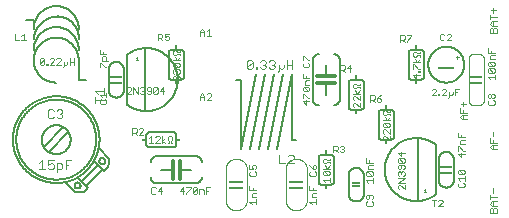
<source format=gto>
G75*
%MOIN*%
%OFA0B0*%
%FSLAX25Y25*%
%IPPOS*%
%LPD*%
%AMOC8*
5,1,8,0,0,1.08239X$1,22.5*
%
%ADD10C,0.00200*%
%ADD11C,0.00500*%
%ADD12R,0.04000X0.01000*%
%ADD13C,0.00300*%
%ADD14R,0.05400X0.00900*%
%ADD15C,0.00600*%
%ADD16C,0.01200*%
%ADD17C,0.00360*%
%ADD18R,0.04500X0.01000*%
%ADD19C,0.00400*%
%ADD20R,0.03000X0.00750*%
%ADD21C,0.00800*%
%ADD22R,0.01500X0.01000*%
%ADD23R,0.01000X0.01500*%
%ADD24C,0.00100*%
D10*
X0061693Y0022534D02*
X0062060Y0022167D01*
X0062794Y0022167D01*
X0063161Y0022534D01*
X0063903Y0023268D02*
X0065371Y0023268D01*
X0065004Y0022167D02*
X0065004Y0024369D01*
X0063903Y0023268D01*
X0063161Y0024002D02*
X0062794Y0024369D01*
X0062060Y0024369D01*
X0061693Y0024002D01*
X0061693Y0022534D01*
X0071113Y0023268D02*
X0072581Y0023268D01*
X0073323Y0022534D02*
X0073323Y0022167D01*
X0073323Y0022534D02*
X0074791Y0024002D01*
X0074791Y0024369D01*
X0073323Y0024369D01*
X0072214Y0024369D02*
X0071113Y0023268D01*
X0072214Y0022167D02*
X0072214Y0024369D01*
X0075533Y0024002D02*
X0075533Y0022534D01*
X0077001Y0024002D01*
X0077001Y0022534D01*
X0076634Y0022167D01*
X0075900Y0022167D01*
X0075533Y0022534D01*
X0077743Y0022167D02*
X0077743Y0023635D01*
X0078844Y0023635D01*
X0079211Y0023268D01*
X0079211Y0022167D01*
X0079953Y0022167D02*
X0079953Y0024369D01*
X0081421Y0024369D01*
X0080687Y0023268D02*
X0079953Y0023268D01*
X0077001Y0024002D02*
X0076634Y0024369D01*
X0075900Y0024369D01*
X0075533Y0024002D01*
X0094411Y0023286D02*
X0094411Y0024754D01*
X0095512Y0024020D02*
X0095512Y0023286D01*
X0095512Y0022544D02*
X0096613Y0022544D01*
X0096613Y0023286D02*
X0094411Y0023286D01*
X0095512Y0022544D02*
X0095145Y0022177D01*
X0095145Y0021077D01*
X0096613Y0021077D01*
X0096613Y0020335D02*
X0096613Y0018867D01*
X0096613Y0019601D02*
X0094411Y0019601D01*
X0095145Y0018867D01*
X0094778Y0028157D02*
X0096246Y0028157D01*
X0096613Y0028524D01*
X0096613Y0029258D01*
X0096246Y0029625D01*
X0096246Y0030367D02*
X0096613Y0030734D01*
X0096613Y0031468D01*
X0096246Y0031835D01*
X0095512Y0031835D01*
X0095145Y0031468D01*
X0095145Y0031101D01*
X0095512Y0030367D01*
X0094411Y0030367D01*
X0094411Y0031835D01*
X0094778Y0029625D02*
X0094411Y0029258D01*
X0094411Y0028524D01*
X0094778Y0028157D01*
X0114411Y0028524D02*
X0114778Y0028157D01*
X0116246Y0028157D01*
X0116613Y0028524D01*
X0116613Y0029258D01*
X0116246Y0029625D01*
X0116246Y0030367D02*
X0116613Y0030734D01*
X0116613Y0031468D01*
X0116246Y0031835D01*
X0115879Y0031835D01*
X0115512Y0031468D01*
X0115512Y0030367D01*
X0116246Y0030367D01*
X0115512Y0030367D02*
X0114778Y0031101D01*
X0114411Y0031835D01*
X0114778Y0029625D02*
X0114411Y0029258D01*
X0114411Y0028524D01*
X0118911Y0028708D02*
X0118911Y0029442D01*
X0119278Y0029809D01*
X0120746Y0028341D01*
X0121113Y0028708D01*
X0121113Y0029442D01*
X0120746Y0029809D01*
X0119278Y0029809D01*
X0118911Y0030551D02*
X0121113Y0030551D01*
X0120379Y0030551D02*
X0119645Y0031652D01*
X0119278Y0032392D02*
X0118911Y0032759D01*
X0118911Y0033493D01*
X0119278Y0033860D01*
X0120012Y0033860D01*
X0120379Y0033493D01*
X0121113Y0033493D01*
X0121113Y0033860D01*
X0121113Y0032759D02*
X0120379Y0032759D01*
X0120012Y0032392D01*
X0119278Y0032392D01*
X0121113Y0032392D02*
X0121113Y0032759D01*
X0121113Y0031652D02*
X0120379Y0030551D01*
X0120746Y0028341D02*
X0119278Y0028341D01*
X0118911Y0028708D01*
X0118911Y0026865D02*
X0121113Y0026865D01*
X0121113Y0026131D02*
X0121113Y0027599D01*
X0119645Y0026131D02*
X0118911Y0026865D01*
X0115512Y0024020D02*
X0115512Y0023286D01*
X0115512Y0022544D02*
X0116613Y0022544D01*
X0116613Y0023286D02*
X0114411Y0023286D01*
X0114411Y0024754D01*
X0115512Y0022544D02*
X0115145Y0022177D01*
X0115145Y0021077D01*
X0116613Y0021077D01*
X0116613Y0020335D02*
X0116613Y0018867D01*
X0116613Y0019601D02*
X0114411Y0019601D01*
X0115145Y0018867D01*
X0133311Y0018524D02*
X0133678Y0018157D01*
X0135146Y0018157D01*
X0135513Y0018524D01*
X0135513Y0019258D01*
X0135146Y0019625D01*
X0135146Y0020367D02*
X0135513Y0020734D01*
X0135513Y0021468D01*
X0135146Y0021835D01*
X0133678Y0021835D01*
X0133311Y0021468D01*
X0133311Y0020734D01*
X0133678Y0020367D01*
X0134045Y0020367D01*
X0134412Y0020734D01*
X0134412Y0021835D01*
X0133678Y0019625D02*
X0133311Y0019258D01*
X0133311Y0018524D01*
X0143911Y0024104D02*
X0144278Y0023737D01*
X0143911Y0024104D02*
X0143911Y0024838D01*
X0144278Y0025205D01*
X0144645Y0025205D01*
X0146113Y0023737D01*
X0146113Y0025205D01*
X0146113Y0025947D02*
X0143911Y0025947D01*
X0146113Y0027415D01*
X0143911Y0027415D01*
X0144278Y0028157D02*
X0143911Y0028524D01*
X0143911Y0029258D01*
X0144278Y0029625D01*
X0144645Y0029625D01*
X0145012Y0029258D01*
X0145379Y0029625D01*
X0145746Y0029625D01*
X0146113Y0029258D01*
X0146113Y0028524D01*
X0145746Y0028157D01*
X0145012Y0028891D02*
X0145012Y0029258D01*
X0144645Y0030367D02*
X0145012Y0030734D01*
X0145012Y0031835D01*
X0145746Y0031835D02*
X0144278Y0031835D01*
X0143911Y0031468D01*
X0143911Y0030734D01*
X0144278Y0030367D01*
X0144645Y0030367D01*
X0145746Y0030367D02*
X0146113Y0030734D01*
X0146113Y0031468D01*
X0145746Y0031835D01*
X0145746Y0032577D02*
X0144278Y0032577D01*
X0143911Y0032943D01*
X0143911Y0033677D01*
X0144278Y0034044D01*
X0145746Y0032577D01*
X0146113Y0032943D01*
X0146113Y0033677D01*
X0145746Y0034044D01*
X0144278Y0034044D01*
X0145012Y0034786D02*
X0143911Y0035887D01*
X0146113Y0035887D01*
X0145012Y0036254D02*
X0145012Y0034786D01*
X0141113Y0040026D02*
X0139645Y0041494D01*
X0139278Y0041494D01*
X0138911Y0041127D01*
X0138911Y0040393D01*
X0139278Y0040026D01*
X0141113Y0040026D02*
X0141113Y0041494D01*
X0141113Y0042236D02*
X0139645Y0043704D01*
X0139278Y0043704D01*
X0138911Y0043337D01*
X0138911Y0042603D01*
X0139278Y0042236D01*
X0141113Y0042236D02*
X0141113Y0043704D01*
X0140746Y0044446D02*
X0139278Y0044446D01*
X0138911Y0044813D01*
X0138911Y0045547D01*
X0139278Y0045914D01*
X0140746Y0044446D01*
X0141113Y0044813D01*
X0141113Y0045547D01*
X0140746Y0045914D01*
X0139278Y0045914D01*
X0138911Y0046656D02*
X0141113Y0046656D01*
X0140379Y0046656D02*
X0139645Y0047757D01*
X0139278Y0048497D02*
X0138911Y0048864D01*
X0138911Y0049598D01*
X0139278Y0049965D01*
X0140012Y0049965D01*
X0140379Y0049598D01*
X0141113Y0049598D01*
X0141113Y0049965D01*
X0141113Y0048864D02*
X0140379Y0048864D01*
X0140012Y0048497D01*
X0139278Y0048497D01*
X0141113Y0048497D02*
X0141113Y0048864D01*
X0141113Y0047757D02*
X0140379Y0046656D01*
X0131113Y0051131D02*
X0129645Y0052599D01*
X0129278Y0052599D01*
X0128911Y0052232D01*
X0128911Y0051498D01*
X0129278Y0051131D01*
X0131113Y0051131D02*
X0131113Y0052599D01*
X0131113Y0053341D02*
X0129645Y0054809D01*
X0129278Y0054809D01*
X0128911Y0054442D01*
X0128911Y0053708D01*
X0129278Y0053341D01*
X0131113Y0053341D02*
X0131113Y0054809D01*
X0131113Y0055551D02*
X0128911Y0055551D01*
X0129645Y0056652D02*
X0130379Y0055551D01*
X0131113Y0056652D01*
X0131113Y0057392D02*
X0131113Y0057759D01*
X0130379Y0057759D01*
X0130012Y0057392D01*
X0129278Y0057392D01*
X0128911Y0057759D01*
X0128911Y0058493D01*
X0129278Y0058860D01*
X0130012Y0058860D01*
X0130379Y0058493D01*
X0131113Y0058493D01*
X0131113Y0058860D01*
X0128004Y0062867D02*
X0128004Y0065069D01*
X0126903Y0063968D01*
X0128371Y0063968D01*
X0126161Y0063968D02*
X0126161Y0064702D01*
X0125794Y0065069D01*
X0124693Y0065069D01*
X0124693Y0062867D01*
X0124693Y0063601D02*
X0125794Y0063601D01*
X0126161Y0063968D01*
X0125427Y0063601D02*
X0126161Y0062867D01*
X0114413Y0064814D02*
X0114413Y0065548D01*
X0114046Y0065915D01*
X0114046Y0066657D02*
X0114413Y0066657D01*
X0114046Y0066657D02*
X0112578Y0068125D01*
X0112211Y0068125D01*
X0112211Y0066657D01*
X0112578Y0065915D02*
X0112211Y0065548D01*
X0112211Y0064814D01*
X0112578Y0064447D01*
X0114046Y0064447D01*
X0114413Y0064814D01*
X0112211Y0062174D02*
X0112211Y0060706D01*
X0114413Y0060706D01*
X0114413Y0059964D02*
X0113312Y0059964D01*
X0112945Y0059597D01*
X0112945Y0058496D01*
X0114413Y0058496D01*
X0114046Y0057754D02*
X0114413Y0057387D01*
X0114413Y0056653D01*
X0114046Y0056286D01*
X0112578Y0057754D01*
X0114046Y0057754D01*
X0114046Y0056286D02*
X0112578Y0056286D01*
X0112211Y0056653D01*
X0112211Y0057387D01*
X0112578Y0057754D01*
X0112578Y0055544D02*
X0114046Y0054077D01*
X0114413Y0054077D01*
X0114413Y0052968D02*
X0112211Y0052968D01*
X0113312Y0051867D01*
X0113312Y0053335D01*
X0112211Y0054077D02*
X0112211Y0055544D01*
X0112578Y0055544D01*
X0113312Y0060706D02*
X0113312Y0061440D01*
X0134693Y0055069D02*
X0134693Y0052867D01*
X0134693Y0053601D02*
X0135794Y0053601D01*
X0136161Y0053968D01*
X0136161Y0054702D01*
X0135794Y0055069D01*
X0134693Y0055069D01*
X0136903Y0053968D02*
X0138004Y0053968D01*
X0138371Y0053601D01*
X0138371Y0053234D01*
X0138004Y0052867D01*
X0137270Y0052867D01*
X0136903Y0053234D01*
X0136903Y0053968D01*
X0137637Y0054702D01*
X0138371Y0055069D01*
X0136161Y0052867D02*
X0135427Y0053601D01*
X0148911Y0061680D02*
X0150012Y0060579D01*
X0150012Y0062046D01*
X0150746Y0062788D02*
X0150746Y0063155D01*
X0151113Y0063155D01*
X0151113Y0062788D01*
X0150746Y0062788D01*
X0150746Y0063893D02*
X0151113Y0063893D01*
X0150746Y0063893D02*
X0149278Y0065361D01*
X0148911Y0065361D01*
X0148911Y0063893D01*
X0148911Y0066103D02*
X0151113Y0066103D01*
X0150379Y0066103D02*
X0149645Y0067204D01*
X0149278Y0067945D02*
X0148911Y0068312D01*
X0148911Y0069046D01*
X0149278Y0069413D01*
X0150012Y0069413D01*
X0150379Y0069046D01*
X0151113Y0069046D01*
X0151113Y0069413D01*
X0151113Y0068312D02*
X0150379Y0068312D01*
X0150012Y0067945D01*
X0149278Y0067945D01*
X0151113Y0067945D02*
X0151113Y0068312D01*
X0151113Y0067204D02*
X0150379Y0066103D01*
X0151113Y0061680D02*
X0148911Y0061680D01*
X0155141Y0056802D02*
X0155508Y0057169D01*
X0156242Y0057169D01*
X0156609Y0056802D01*
X0156609Y0056435D01*
X0155141Y0054967D01*
X0156609Y0054967D01*
X0157351Y0054967D02*
X0157351Y0055334D01*
X0157718Y0055334D01*
X0157718Y0054967D01*
X0157351Y0054967D01*
X0158456Y0054967D02*
X0159924Y0056435D01*
X0159924Y0056802D01*
X0159557Y0057169D01*
X0158823Y0057169D01*
X0158456Y0056802D01*
X0161033Y0056068D02*
X0161033Y0055334D01*
X0161033Y0054600D01*
X0160666Y0054233D01*
X0161400Y0054967D02*
X0161033Y0055334D01*
X0161400Y0054967D02*
X0161767Y0054967D01*
X0162134Y0055334D01*
X0162134Y0056068D01*
X0162876Y0056068D02*
X0163609Y0056068D01*
X0162876Y0054967D02*
X0162876Y0057169D01*
X0164343Y0057169D01*
X0159924Y0054967D02*
X0158456Y0054967D01*
X0164978Y0052206D02*
X0166446Y0052206D01*
X0165712Y0051472D02*
X0165712Y0052940D01*
X0164611Y0050730D02*
X0164611Y0049262D01*
X0166813Y0049262D01*
X0166813Y0048520D02*
X0165345Y0048520D01*
X0164611Y0047786D01*
X0165345Y0047052D01*
X0166813Y0047052D01*
X0165712Y0047052D02*
X0165712Y0048520D01*
X0165712Y0049262D02*
X0165712Y0049996D01*
X0173911Y0052234D02*
X0174278Y0051867D01*
X0175746Y0051867D01*
X0176113Y0052234D01*
X0176113Y0052968D01*
X0175746Y0053335D01*
X0175746Y0054077D02*
X0175379Y0054077D01*
X0175012Y0054444D01*
X0175012Y0055177D01*
X0175379Y0055544D01*
X0175746Y0055544D01*
X0176113Y0055177D01*
X0176113Y0054444D01*
X0175746Y0054077D01*
X0175012Y0054444D02*
X0174645Y0054077D01*
X0174278Y0054077D01*
X0173911Y0054444D01*
X0173911Y0055177D01*
X0174278Y0055544D01*
X0174645Y0055544D01*
X0175012Y0055177D01*
X0174278Y0053335D02*
X0173911Y0052968D01*
X0173911Y0052234D01*
X0174645Y0060367D02*
X0173911Y0061101D01*
X0176113Y0061101D01*
X0176113Y0060367D02*
X0176113Y0061835D01*
X0175746Y0062577D02*
X0174278Y0062577D01*
X0173911Y0062944D01*
X0173911Y0063677D01*
X0174278Y0064044D01*
X0175746Y0062577D01*
X0176113Y0062944D01*
X0176113Y0063677D01*
X0175746Y0064044D01*
X0174278Y0064044D01*
X0174278Y0064786D02*
X0173911Y0065153D01*
X0173911Y0065887D01*
X0174278Y0066254D01*
X0175746Y0064786D01*
X0176113Y0065153D01*
X0176113Y0065887D01*
X0175746Y0066254D01*
X0174278Y0066254D01*
X0174645Y0066996D02*
X0174645Y0068097D01*
X0175012Y0068464D01*
X0176113Y0068464D01*
X0176113Y0069206D02*
X0173911Y0069206D01*
X0173911Y0070674D01*
X0175012Y0069940D02*
X0175012Y0069206D01*
X0174645Y0066996D02*
X0176113Y0066996D01*
X0175746Y0064786D02*
X0174278Y0064786D01*
X0161581Y0073367D02*
X0160113Y0073367D01*
X0161581Y0074835D01*
X0161581Y0075202D01*
X0161214Y0075569D01*
X0160480Y0075569D01*
X0160113Y0075202D01*
X0159371Y0075202D02*
X0159004Y0075569D01*
X0158270Y0075569D01*
X0157903Y0075202D01*
X0157903Y0073734D01*
X0158270Y0073367D01*
X0159004Y0073367D01*
X0159371Y0073734D01*
X0148371Y0074702D02*
X0146903Y0073234D01*
X0146903Y0072867D01*
X0146161Y0072867D02*
X0145427Y0073601D01*
X0145794Y0073601D02*
X0144693Y0073601D01*
X0144693Y0072867D02*
X0144693Y0075069D01*
X0145794Y0075069D01*
X0146161Y0074702D01*
X0146161Y0073968D01*
X0145794Y0073601D01*
X0146903Y0075069D02*
X0148371Y0075069D01*
X0148371Y0074702D01*
X0174611Y0075947D02*
X0174611Y0077048D01*
X0174978Y0077415D01*
X0175345Y0077415D01*
X0175712Y0077048D01*
X0175712Y0075947D01*
X0176813Y0075947D02*
X0174611Y0075947D01*
X0175712Y0077048D02*
X0176079Y0077415D01*
X0176446Y0077415D01*
X0176813Y0077048D01*
X0176813Y0075947D01*
X0176813Y0078157D02*
X0175345Y0078157D01*
X0174611Y0078891D01*
X0175345Y0079625D01*
X0176813Y0079625D01*
X0175712Y0079625D02*
X0175712Y0078157D01*
X0174611Y0080367D02*
X0174611Y0081835D01*
X0174611Y0081101D02*
X0176813Y0081101D01*
X0175712Y0082577D02*
X0175712Y0084044D01*
X0174978Y0083310D02*
X0176446Y0083310D01*
X0175712Y0042940D02*
X0175712Y0041472D01*
X0174611Y0040730D02*
X0174611Y0039262D01*
X0176813Y0039262D01*
X0176813Y0038520D02*
X0175345Y0038520D01*
X0174611Y0037786D01*
X0175345Y0037052D01*
X0176813Y0037052D01*
X0175712Y0037052D02*
X0175712Y0038520D01*
X0175712Y0039262D02*
X0175712Y0039996D01*
X0166113Y0040254D02*
X0165012Y0040254D01*
X0164645Y0039887D01*
X0164645Y0038786D01*
X0166113Y0038786D01*
X0164278Y0038044D02*
X0165746Y0036577D01*
X0166113Y0036577D01*
X0166113Y0035468D02*
X0163911Y0035468D01*
X0165012Y0034367D01*
X0165012Y0035835D01*
X0163911Y0036577D02*
X0163911Y0038044D01*
X0164278Y0038044D01*
X0163911Y0040996D02*
X0163911Y0042464D01*
X0165012Y0041730D02*
X0165012Y0040996D01*
X0166113Y0040996D02*
X0163911Y0040996D01*
X0164278Y0030254D02*
X0165746Y0028786D01*
X0166113Y0029153D01*
X0166113Y0029887D01*
X0165746Y0030254D01*
X0164278Y0030254D01*
X0163911Y0029887D01*
X0163911Y0029153D01*
X0164278Y0028786D01*
X0165746Y0028786D01*
X0166113Y0028044D02*
X0166113Y0026577D01*
X0166113Y0027310D02*
X0163911Y0027310D01*
X0164645Y0026577D01*
X0164278Y0025835D02*
X0163911Y0025468D01*
X0163911Y0024734D01*
X0164278Y0024367D01*
X0165746Y0024367D01*
X0166113Y0024734D01*
X0166113Y0025468D01*
X0165746Y0025835D01*
X0174611Y0021835D02*
X0174611Y0020367D01*
X0174611Y0021101D02*
X0176813Y0021101D01*
X0176813Y0019625D02*
X0175345Y0019625D01*
X0174611Y0018891D01*
X0175345Y0018157D01*
X0176813Y0018157D01*
X0176446Y0017415D02*
X0176813Y0017048D01*
X0176813Y0015947D01*
X0174611Y0015947D01*
X0174611Y0017048D01*
X0174978Y0017415D01*
X0175345Y0017415D01*
X0175712Y0017048D01*
X0175712Y0015947D01*
X0175712Y0017048D02*
X0176079Y0017415D01*
X0176446Y0017415D01*
X0175712Y0018157D02*
X0175712Y0019625D01*
X0175712Y0022577D02*
X0175712Y0024044D01*
X0158791Y0019802D02*
X0158424Y0020169D01*
X0157690Y0020169D01*
X0157323Y0019802D01*
X0156581Y0020169D02*
X0155113Y0020169D01*
X0155847Y0020169D02*
X0155847Y0017967D01*
X0157323Y0017967D02*
X0158791Y0019435D01*
X0158791Y0019802D01*
X0158791Y0017967D02*
X0157323Y0017967D01*
X0135513Y0025947D02*
X0135513Y0027415D01*
X0135513Y0026681D02*
X0133311Y0026681D01*
X0134045Y0025947D01*
X0133678Y0028157D02*
X0133311Y0028524D01*
X0133311Y0029258D01*
X0133678Y0029625D01*
X0135146Y0028157D01*
X0135513Y0028524D01*
X0135513Y0029258D01*
X0135146Y0029625D01*
X0133678Y0029625D01*
X0134045Y0030367D02*
X0134045Y0031468D01*
X0134412Y0031835D01*
X0135513Y0031835D01*
X0135513Y0032577D02*
X0133311Y0032577D01*
X0133311Y0034044D01*
X0134412Y0033310D02*
X0134412Y0032577D01*
X0134045Y0030367D02*
X0135513Y0030367D01*
X0135146Y0028157D02*
X0133678Y0028157D01*
X0125674Y0035967D02*
X0124940Y0035967D01*
X0124573Y0036334D01*
X0123831Y0035967D02*
X0123097Y0036701D01*
X0123464Y0036701D02*
X0122363Y0036701D01*
X0122363Y0035967D02*
X0122363Y0038169D01*
X0123464Y0038169D01*
X0123831Y0037802D01*
X0123831Y0037068D01*
X0123464Y0036701D01*
X0124573Y0037802D02*
X0124940Y0038169D01*
X0125674Y0038169D01*
X0126041Y0037802D01*
X0126041Y0037435D01*
X0125674Y0037068D01*
X0126041Y0036701D01*
X0126041Y0036334D01*
X0125674Y0035967D01*
X0125674Y0037068D02*
X0125307Y0037068D01*
X0081581Y0053467D02*
X0080113Y0053467D01*
X0081581Y0054935D01*
X0081581Y0055302D01*
X0081214Y0055669D01*
X0080480Y0055669D01*
X0080113Y0055302D01*
X0079371Y0054935D02*
X0079371Y0053467D01*
X0079371Y0054568D02*
X0077903Y0054568D01*
X0077903Y0054935D02*
X0078637Y0055669D01*
X0079371Y0054935D01*
X0077903Y0054935D02*
X0077903Y0053467D01*
X0071113Y0060393D02*
X0070746Y0060026D01*
X0071113Y0060393D02*
X0071113Y0061127D01*
X0070746Y0061494D01*
X0070379Y0061494D01*
X0070012Y0061127D01*
X0070012Y0060760D01*
X0070012Y0061127D02*
X0069645Y0061494D01*
X0069278Y0061494D01*
X0068911Y0061127D01*
X0068911Y0060393D01*
X0069278Y0060026D01*
X0069278Y0062236D02*
X0068911Y0062603D01*
X0068911Y0063337D01*
X0069278Y0063704D01*
X0069645Y0063704D01*
X0070012Y0063337D01*
X0070379Y0063704D01*
X0070746Y0063704D01*
X0071113Y0063337D01*
X0071113Y0062603D01*
X0070746Y0062236D01*
X0070012Y0062970D02*
X0070012Y0063337D01*
X0069278Y0064446D02*
X0068911Y0064813D01*
X0068911Y0065547D01*
X0069278Y0065914D01*
X0070746Y0064446D01*
X0071113Y0064813D01*
X0071113Y0065547D01*
X0070746Y0065914D01*
X0069278Y0065914D01*
X0068911Y0066656D02*
X0071113Y0066656D01*
X0070379Y0066656D02*
X0069645Y0067757D01*
X0069278Y0068497D02*
X0068911Y0068864D01*
X0068911Y0069598D01*
X0069278Y0069965D01*
X0070012Y0069965D01*
X0070379Y0069598D01*
X0071113Y0069598D01*
X0071113Y0069965D01*
X0071113Y0068864D02*
X0070379Y0068864D01*
X0070012Y0068497D01*
X0069278Y0068497D01*
X0071113Y0068497D02*
X0071113Y0068864D01*
X0071113Y0067757D02*
X0070379Y0066656D01*
X0070746Y0064446D02*
X0069278Y0064446D01*
X0065634Y0057669D02*
X0064533Y0056568D01*
X0066001Y0056568D01*
X0065634Y0055467D02*
X0065634Y0057669D01*
X0063791Y0057302D02*
X0062323Y0055834D01*
X0062690Y0055467D01*
X0063424Y0055467D01*
X0063791Y0055834D01*
X0063791Y0057302D01*
X0063424Y0057669D01*
X0062690Y0057669D01*
X0062323Y0057302D01*
X0062323Y0055834D01*
X0061581Y0055834D02*
X0061581Y0057302D01*
X0061214Y0057669D01*
X0060480Y0057669D01*
X0060113Y0057302D01*
X0060113Y0056935D01*
X0060480Y0056568D01*
X0061581Y0056568D01*
X0061581Y0055834D02*
X0061214Y0055467D01*
X0060480Y0055467D01*
X0060113Y0055834D01*
X0059371Y0055834D02*
X0059004Y0055467D01*
X0058270Y0055467D01*
X0057903Y0055834D01*
X0057161Y0055467D02*
X0057161Y0057669D01*
X0057903Y0057302D02*
X0058270Y0057669D01*
X0059004Y0057669D01*
X0059371Y0057302D01*
X0059371Y0056935D01*
X0059004Y0056568D01*
X0059371Y0056201D01*
X0059371Y0055834D01*
X0059004Y0056568D02*
X0058637Y0056568D01*
X0057161Y0055467D02*
X0055693Y0057669D01*
X0055693Y0055467D01*
X0054951Y0055467D02*
X0053484Y0055467D01*
X0054951Y0056935D01*
X0054951Y0057302D01*
X0054584Y0057669D01*
X0053850Y0057669D01*
X0053484Y0057302D01*
X0046663Y0055835D02*
X0046663Y0054367D01*
X0046663Y0055101D02*
X0044461Y0055101D01*
X0045195Y0054367D01*
X0044828Y0053625D02*
X0044461Y0053258D01*
X0044461Y0052524D01*
X0044828Y0052157D01*
X0046296Y0052157D01*
X0046663Y0052524D01*
X0046663Y0053258D01*
X0046296Y0053625D01*
X0055403Y0044069D02*
X0056504Y0044069D01*
X0056871Y0043702D01*
X0056871Y0042968D01*
X0056504Y0042601D01*
X0055403Y0042601D01*
X0056137Y0042601D02*
X0056871Y0041867D01*
X0057613Y0041867D02*
X0059081Y0043335D01*
X0059081Y0043702D01*
X0058714Y0044069D01*
X0057980Y0044069D01*
X0057613Y0043702D01*
X0055403Y0044069D02*
X0055403Y0041867D01*
X0057613Y0041867D02*
X0059081Y0041867D01*
X0060878Y0040635D02*
X0061612Y0041369D01*
X0061612Y0039167D01*
X0062345Y0039167D02*
X0060878Y0039167D01*
X0063087Y0039167D02*
X0064555Y0040635D01*
X0064555Y0041002D01*
X0064188Y0041369D01*
X0063454Y0041369D01*
X0063087Y0041002D01*
X0063087Y0039167D02*
X0064555Y0039167D01*
X0065297Y0039167D02*
X0065297Y0041369D01*
X0066398Y0040635D02*
X0065297Y0039901D01*
X0066398Y0039167D01*
X0067139Y0039167D02*
X0067506Y0039167D01*
X0067506Y0039901D01*
X0067139Y0040268D01*
X0067139Y0041002D01*
X0067506Y0041369D01*
X0068240Y0041369D01*
X0068607Y0041002D01*
X0068607Y0040268D01*
X0068240Y0039901D01*
X0068240Y0039167D01*
X0068607Y0039167D01*
X0046663Y0064367D02*
X0046296Y0064367D01*
X0044828Y0065835D01*
X0044461Y0065835D01*
X0044461Y0064367D01*
X0045195Y0066577D02*
X0045195Y0067677D01*
X0045562Y0068044D01*
X0046296Y0068044D01*
X0046663Y0067677D01*
X0046663Y0066577D01*
X0047397Y0066577D02*
X0045195Y0066577D01*
X0045562Y0068786D02*
X0045562Y0069520D01*
X0044461Y0068786D02*
X0044461Y0070254D01*
X0044461Y0068786D02*
X0046663Y0068786D01*
X0035948Y0067369D02*
X0035948Y0065167D01*
X0035948Y0066268D02*
X0034480Y0066268D01*
X0033738Y0066268D02*
X0033738Y0065534D01*
X0033371Y0065167D01*
X0033005Y0065167D01*
X0032638Y0065534D01*
X0032638Y0064800D01*
X0032271Y0064433D01*
X0031529Y0065167D02*
X0030061Y0065167D01*
X0031529Y0066635D01*
X0031529Y0067002D01*
X0031162Y0067369D01*
X0030428Y0067369D01*
X0030061Y0067002D01*
X0029319Y0067002D02*
X0028952Y0067369D01*
X0028218Y0067369D01*
X0027851Y0067002D01*
X0029319Y0067002D02*
X0029319Y0066635D01*
X0027851Y0065167D01*
X0029319Y0065167D01*
X0027113Y0065167D02*
X0026746Y0065167D01*
X0026746Y0065534D01*
X0027113Y0065534D01*
X0027113Y0065167D01*
X0026004Y0065534D02*
X0026004Y0067002D01*
X0024536Y0065534D01*
X0024903Y0065167D01*
X0025637Y0065167D01*
X0026004Y0065534D01*
X0026004Y0067002D02*
X0025637Y0067369D01*
X0024903Y0067369D01*
X0024536Y0067002D01*
X0024536Y0065534D01*
X0032638Y0065534D02*
X0032638Y0066268D01*
X0034480Y0065167D02*
X0034480Y0067369D01*
X0019871Y0073367D02*
X0018403Y0073367D01*
X0019137Y0073367D02*
X0019137Y0075569D01*
X0018403Y0074835D01*
X0017661Y0073367D02*
X0016193Y0073367D01*
X0016193Y0075569D01*
X0063903Y0075569D02*
X0063903Y0073367D01*
X0063903Y0074101D02*
X0065004Y0074101D01*
X0065371Y0074468D01*
X0065371Y0075202D01*
X0065004Y0075569D01*
X0063903Y0075569D01*
X0066113Y0075569D02*
X0066113Y0074468D01*
X0066847Y0074835D01*
X0067214Y0074835D01*
X0067581Y0074468D01*
X0067581Y0073734D01*
X0067214Y0073367D01*
X0066480Y0073367D01*
X0066113Y0073734D01*
X0065371Y0073367D02*
X0064637Y0074101D01*
X0066113Y0075569D02*
X0067581Y0075569D01*
X0077903Y0075968D02*
X0079371Y0075968D01*
X0079371Y0076335D02*
X0079371Y0074867D01*
X0080113Y0074867D02*
X0081581Y0074867D01*
X0080847Y0074867D02*
X0080847Y0077069D01*
X0080113Y0076335D01*
X0079371Y0076335D02*
X0078637Y0077069D01*
X0077903Y0076335D01*
X0077903Y0074867D01*
D11*
X0033156Y0025906D02*
X0036365Y0022697D01*
X0037835Y0022804D01*
X0039306Y0022911D01*
X0040590Y0024195D01*
X0037243Y0027541D01*
X0038456Y0026398D02*
X0043863Y0031805D01*
X0042753Y0033050D02*
X0046099Y0029704D01*
X0047383Y0030987D01*
X0047495Y0032464D01*
X0047608Y0033940D01*
X0044240Y0037308D01*
X0044373Y0033185D02*
X0044375Y0033248D01*
X0044381Y0033310D01*
X0044391Y0033372D01*
X0044404Y0033434D01*
X0044422Y0033494D01*
X0044443Y0033553D01*
X0044468Y0033611D01*
X0044497Y0033667D01*
X0044529Y0033721D01*
X0044564Y0033773D01*
X0044602Y0033822D01*
X0044644Y0033870D01*
X0044688Y0033914D01*
X0044736Y0033956D01*
X0044785Y0033994D01*
X0044837Y0034029D01*
X0044891Y0034061D01*
X0044947Y0034090D01*
X0045005Y0034115D01*
X0045064Y0034136D01*
X0045124Y0034154D01*
X0045186Y0034167D01*
X0045248Y0034177D01*
X0045310Y0034183D01*
X0045373Y0034185D01*
X0045436Y0034183D01*
X0045498Y0034177D01*
X0045560Y0034167D01*
X0045622Y0034154D01*
X0045682Y0034136D01*
X0045741Y0034115D01*
X0045799Y0034090D01*
X0045855Y0034061D01*
X0045909Y0034029D01*
X0045961Y0033994D01*
X0046010Y0033956D01*
X0046058Y0033914D01*
X0046102Y0033870D01*
X0046144Y0033822D01*
X0046182Y0033773D01*
X0046217Y0033721D01*
X0046249Y0033667D01*
X0046278Y0033611D01*
X0046303Y0033553D01*
X0046324Y0033494D01*
X0046342Y0033434D01*
X0046355Y0033372D01*
X0046365Y0033310D01*
X0046371Y0033248D01*
X0046373Y0033185D01*
X0046371Y0033122D01*
X0046365Y0033060D01*
X0046355Y0032998D01*
X0046342Y0032936D01*
X0046324Y0032876D01*
X0046303Y0032817D01*
X0046278Y0032759D01*
X0046249Y0032703D01*
X0046217Y0032649D01*
X0046182Y0032597D01*
X0046144Y0032548D01*
X0046102Y0032500D01*
X0046058Y0032456D01*
X0046010Y0032414D01*
X0045961Y0032376D01*
X0045909Y0032341D01*
X0045855Y0032309D01*
X0045799Y0032280D01*
X0045741Y0032255D01*
X0045682Y0032234D01*
X0045622Y0032216D01*
X0045560Y0032203D01*
X0045498Y0032193D01*
X0045436Y0032187D01*
X0045373Y0032185D01*
X0045310Y0032187D01*
X0045248Y0032193D01*
X0045186Y0032203D01*
X0045124Y0032216D01*
X0045064Y0032234D01*
X0045005Y0032255D01*
X0044947Y0032280D01*
X0044891Y0032309D01*
X0044837Y0032341D01*
X0044785Y0032376D01*
X0044736Y0032414D01*
X0044688Y0032456D01*
X0044644Y0032500D01*
X0044602Y0032548D01*
X0044564Y0032597D01*
X0044529Y0032649D01*
X0044497Y0032703D01*
X0044468Y0032759D01*
X0044443Y0032817D01*
X0044422Y0032876D01*
X0044404Y0032936D01*
X0044391Y0032998D01*
X0044381Y0033060D01*
X0044375Y0033122D01*
X0044373Y0033185D01*
X0045266Y0030090D02*
X0042735Y0027559D01*
X0042734Y0027559D02*
X0039953Y0024778D01*
X0036120Y0024987D02*
X0036122Y0025050D01*
X0036128Y0025112D01*
X0036138Y0025174D01*
X0036151Y0025236D01*
X0036169Y0025296D01*
X0036190Y0025355D01*
X0036215Y0025413D01*
X0036244Y0025469D01*
X0036276Y0025523D01*
X0036311Y0025575D01*
X0036349Y0025624D01*
X0036391Y0025672D01*
X0036435Y0025716D01*
X0036483Y0025758D01*
X0036532Y0025796D01*
X0036584Y0025831D01*
X0036638Y0025863D01*
X0036694Y0025892D01*
X0036752Y0025917D01*
X0036811Y0025938D01*
X0036871Y0025956D01*
X0036933Y0025969D01*
X0036995Y0025979D01*
X0037057Y0025985D01*
X0037120Y0025987D01*
X0037183Y0025985D01*
X0037245Y0025979D01*
X0037307Y0025969D01*
X0037369Y0025956D01*
X0037429Y0025938D01*
X0037488Y0025917D01*
X0037546Y0025892D01*
X0037602Y0025863D01*
X0037656Y0025831D01*
X0037708Y0025796D01*
X0037757Y0025758D01*
X0037805Y0025716D01*
X0037849Y0025672D01*
X0037891Y0025624D01*
X0037929Y0025575D01*
X0037964Y0025523D01*
X0037996Y0025469D01*
X0038025Y0025413D01*
X0038050Y0025355D01*
X0038071Y0025296D01*
X0038089Y0025236D01*
X0038102Y0025174D01*
X0038112Y0025112D01*
X0038118Y0025050D01*
X0038120Y0024987D01*
X0038118Y0024924D01*
X0038112Y0024862D01*
X0038102Y0024800D01*
X0038089Y0024738D01*
X0038071Y0024678D01*
X0038050Y0024619D01*
X0038025Y0024561D01*
X0037996Y0024505D01*
X0037964Y0024451D01*
X0037929Y0024399D01*
X0037891Y0024350D01*
X0037849Y0024302D01*
X0037805Y0024258D01*
X0037757Y0024216D01*
X0037708Y0024178D01*
X0037656Y0024143D01*
X0037602Y0024111D01*
X0037546Y0024082D01*
X0037488Y0024057D01*
X0037429Y0024036D01*
X0037369Y0024018D01*
X0037307Y0024005D01*
X0037245Y0023995D01*
X0037183Y0023989D01*
X0037120Y0023987D01*
X0037057Y0023989D01*
X0036995Y0023995D01*
X0036933Y0024005D01*
X0036871Y0024018D01*
X0036811Y0024036D01*
X0036752Y0024057D01*
X0036694Y0024082D01*
X0036638Y0024111D01*
X0036584Y0024143D01*
X0036532Y0024178D01*
X0036483Y0024216D01*
X0036435Y0024258D01*
X0036391Y0024302D01*
X0036349Y0024350D01*
X0036311Y0024399D01*
X0036276Y0024451D01*
X0036244Y0024505D01*
X0036215Y0024561D01*
X0036190Y0024619D01*
X0036169Y0024678D01*
X0036151Y0024738D01*
X0036138Y0024800D01*
X0036128Y0024862D01*
X0036122Y0024924D01*
X0036120Y0024987D01*
X0027514Y0036255D02*
X0034022Y0042764D01*
X0032418Y0044368D02*
X0025909Y0037859D01*
X0016678Y0040267D02*
X0016682Y0040594D01*
X0016694Y0040921D01*
X0016714Y0041248D01*
X0016742Y0041574D01*
X0016778Y0041899D01*
X0016822Y0042224D01*
X0016874Y0042547D01*
X0016934Y0042869D01*
X0017002Y0043189D01*
X0017078Y0043507D01*
X0017161Y0043824D01*
X0017252Y0044138D01*
X0017351Y0044450D01*
X0017458Y0044759D01*
X0017572Y0045066D01*
X0017693Y0045370D01*
X0017822Y0045671D01*
X0017958Y0045968D01*
X0018102Y0046263D01*
X0018253Y0046553D01*
X0018410Y0046840D01*
X0018575Y0047123D01*
X0018747Y0047401D01*
X0018925Y0047676D01*
X0019111Y0047945D01*
X0019302Y0048211D01*
X0019500Y0048471D01*
X0019705Y0048727D01*
X0019916Y0048977D01*
X0020132Y0049222D01*
X0020355Y0049462D01*
X0020584Y0049696D01*
X0020818Y0049925D01*
X0021058Y0050148D01*
X0021303Y0050364D01*
X0021553Y0050575D01*
X0021809Y0050780D01*
X0022069Y0050978D01*
X0022335Y0051169D01*
X0022604Y0051355D01*
X0022879Y0051533D01*
X0023157Y0051705D01*
X0023440Y0051870D01*
X0023727Y0052027D01*
X0024017Y0052178D01*
X0024312Y0052322D01*
X0024609Y0052458D01*
X0024910Y0052587D01*
X0025214Y0052708D01*
X0025521Y0052822D01*
X0025830Y0052929D01*
X0026142Y0053028D01*
X0026456Y0053119D01*
X0026773Y0053202D01*
X0027091Y0053278D01*
X0027411Y0053346D01*
X0027733Y0053406D01*
X0028056Y0053458D01*
X0028381Y0053502D01*
X0028706Y0053538D01*
X0029032Y0053566D01*
X0029359Y0053586D01*
X0029686Y0053598D01*
X0030013Y0053602D01*
X0030340Y0053598D01*
X0030667Y0053586D01*
X0030994Y0053566D01*
X0031320Y0053538D01*
X0031645Y0053502D01*
X0031970Y0053458D01*
X0032293Y0053406D01*
X0032615Y0053346D01*
X0032935Y0053278D01*
X0033253Y0053202D01*
X0033570Y0053119D01*
X0033884Y0053028D01*
X0034196Y0052929D01*
X0034505Y0052822D01*
X0034812Y0052708D01*
X0035116Y0052587D01*
X0035417Y0052458D01*
X0035714Y0052322D01*
X0036009Y0052178D01*
X0036299Y0052027D01*
X0036586Y0051870D01*
X0036869Y0051705D01*
X0037147Y0051533D01*
X0037422Y0051355D01*
X0037691Y0051169D01*
X0037957Y0050978D01*
X0038217Y0050780D01*
X0038473Y0050575D01*
X0038723Y0050364D01*
X0038968Y0050148D01*
X0039208Y0049925D01*
X0039442Y0049696D01*
X0039671Y0049462D01*
X0039894Y0049222D01*
X0040110Y0048977D01*
X0040321Y0048727D01*
X0040526Y0048471D01*
X0040724Y0048211D01*
X0040915Y0047945D01*
X0041101Y0047676D01*
X0041279Y0047401D01*
X0041451Y0047123D01*
X0041616Y0046840D01*
X0041773Y0046553D01*
X0041924Y0046263D01*
X0042068Y0045968D01*
X0042204Y0045671D01*
X0042333Y0045370D01*
X0042454Y0045066D01*
X0042568Y0044759D01*
X0042675Y0044450D01*
X0042774Y0044138D01*
X0042865Y0043824D01*
X0042948Y0043507D01*
X0043024Y0043189D01*
X0043092Y0042869D01*
X0043152Y0042547D01*
X0043204Y0042224D01*
X0043248Y0041899D01*
X0043284Y0041574D01*
X0043312Y0041248D01*
X0043332Y0040921D01*
X0043344Y0040594D01*
X0043348Y0040267D01*
X0043344Y0039940D01*
X0043332Y0039613D01*
X0043312Y0039286D01*
X0043284Y0038960D01*
X0043248Y0038635D01*
X0043204Y0038310D01*
X0043152Y0037987D01*
X0043092Y0037665D01*
X0043024Y0037345D01*
X0042948Y0037027D01*
X0042865Y0036710D01*
X0042774Y0036396D01*
X0042675Y0036084D01*
X0042568Y0035775D01*
X0042454Y0035468D01*
X0042333Y0035164D01*
X0042204Y0034863D01*
X0042068Y0034566D01*
X0041924Y0034271D01*
X0041773Y0033981D01*
X0041616Y0033694D01*
X0041451Y0033411D01*
X0041279Y0033133D01*
X0041101Y0032858D01*
X0040915Y0032589D01*
X0040724Y0032323D01*
X0040526Y0032063D01*
X0040321Y0031807D01*
X0040110Y0031557D01*
X0039894Y0031312D01*
X0039671Y0031072D01*
X0039442Y0030838D01*
X0039208Y0030609D01*
X0038968Y0030386D01*
X0038723Y0030170D01*
X0038473Y0029959D01*
X0038217Y0029754D01*
X0037957Y0029556D01*
X0037691Y0029365D01*
X0037422Y0029179D01*
X0037147Y0029001D01*
X0036869Y0028829D01*
X0036586Y0028664D01*
X0036299Y0028507D01*
X0036009Y0028356D01*
X0035714Y0028212D01*
X0035417Y0028076D01*
X0035116Y0027947D01*
X0034812Y0027826D01*
X0034505Y0027712D01*
X0034196Y0027605D01*
X0033884Y0027506D01*
X0033570Y0027415D01*
X0033253Y0027332D01*
X0032935Y0027256D01*
X0032615Y0027188D01*
X0032293Y0027128D01*
X0031970Y0027076D01*
X0031645Y0027032D01*
X0031320Y0026996D01*
X0030994Y0026968D01*
X0030667Y0026948D01*
X0030340Y0026936D01*
X0030013Y0026932D01*
X0029686Y0026936D01*
X0029359Y0026948D01*
X0029032Y0026968D01*
X0028706Y0026996D01*
X0028381Y0027032D01*
X0028056Y0027076D01*
X0027733Y0027128D01*
X0027411Y0027188D01*
X0027091Y0027256D01*
X0026773Y0027332D01*
X0026456Y0027415D01*
X0026142Y0027506D01*
X0025830Y0027605D01*
X0025521Y0027712D01*
X0025214Y0027826D01*
X0024910Y0027947D01*
X0024609Y0028076D01*
X0024312Y0028212D01*
X0024017Y0028356D01*
X0023727Y0028507D01*
X0023440Y0028664D01*
X0023157Y0028829D01*
X0022879Y0029001D01*
X0022604Y0029179D01*
X0022335Y0029365D01*
X0022069Y0029556D01*
X0021809Y0029754D01*
X0021553Y0029959D01*
X0021303Y0030170D01*
X0021058Y0030386D01*
X0020818Y0030609D01*
X0020584Y0030838D01*
X0020355Y0031072D01*
X0020132Y0031312D01*
X0019916Y0031557D01*
X0019705Y0031807D01*
X0019500Y0032063D01*
X0019302Y0032323D01*
X0019111Y0032589D01*
X0018925Y0032858D01*
X0018747Y0033133D01*
X0018575Y0033411D01*
X0018410Y0033694D01*
X0018253Y0033981D01*
X0018102Y0034271D01*
X0017958Y0034566D01*
X0017822Y0034863D01*
X0017693Y0035164D01*
X0017572Y0035468D01*
X0017458Y0035775D01*
X0017351Y0036084D01*
X0017252Y0036396D01*
X0017161Y0036710D01*
X0017078Y0037027D01*
X0017002Y0037345D01*
X0016934Y0037665D01*
X0016874Y0037987D01*
X0016822Y0038310D01*
X0016778Y0038635D01*
X0016742Y0038960D01*
X0016714Y0039286D01*
X0016694Y0039613D01*
X0016682Y0039940D01*
X0016678Y0040267D01*
X0015569Y0040267D02*
X0015573Y0040621D01*
X0015586Y0040976D01*
X0015608Y0041330D01*
X0015639Y0041683D01*
X0015678Y0042035D01*
X0015725Y0042386D01*
X0015782Y0042736D01*
X0015847Y0043085D01*
X0015920Y0043432D01*
X0016002Y0043777D01*
X0016092Y0044119D01*
X0016191Y0044460D01*
X0016298Y0044798D01*
X0016413Y0045133D01*
X0016537Y0045465D01*
X0016668Y0045794D01*
X0016808Y0046120D01*
X0016956Y0046443D01*
X0017111Y0046761D01*
X0017275Y0047076D01*
X0017445Y0047386D01*
X0017624Y0047693D01*
X0017810Y0047995D01*
X0018003Y0048292D01*
X0018204Y0048584D01*
X0018411Y0048871D01*
X0018626Y0049153D01*
X0018848Y0049430D01*
X0019076Y0049701D01*
X0019311Y0049967D01*
X0019552Y0050227D01*
X0019800Y0050480D01*
X0020053Y0050728D01*
X0020313Y0050969D01*
X0020579Y0051204D01*
X0020850Y0051432D01*
X0021127Y0051654D01*
X0021409Y0051869D01*
X0021696Y0052076D01*
X0021988Y0052277D01*
X0022285Y0052470D01*
X0022587Y0052656D01*
X0022894Y0052835D01*
X0023204Y0053005D01*
X0023519Y0053169D01*
X0023837Y0053324D01*
X0024160Y0053472D01*
X0024486Y0053612D01*
X0024815Y0053743D01*
X0025147Y0053867D01*
X0025482Y0053982D01*
X0025820Y0054089D01*
X0026161Y0054188D01*
X0026503Y0054278D01*
X0026848Y0054360D01*
X0027195Y0054433D01*
X0027544Y0054498D01*
X0027894Y0054555D01*
X0028245Y0054602D01*
X0028597Y0054641D01*
X0028950Y0054672D01*
X0029304Y0054694D01*
X0029659Y0054707D01*
X0030013Y0054711D01*
X0030367Y0054707D01*
X0030722Y0054694D01*
X0031076Y0054672D01*
X0031429Y0054641D01*
X0031781Y0054602D01*
X0032132Y0054555D01*
X0032482Y0054498D01*
X0032831Y0054433D01*
X0033178Y0054360D01*
X0033523Y0054278D01*
X0033865Y0054188D01*
X0034206Y0054089D01*
X0034544Y0053982D01*
X0034879Y0053867D01*
X0035211Y0053743D01*
X0035540Y0053612D01*
X0035866Y0053472D01*
X0036189Y0053324D01*
X0036507Y0053169D01*
X0036822Y0053005D01*
X0037132Y0052835D01*
X0037439Y0052656D01*
X0037741Y0052470D01*
X0038038Y0052277D01*
X0038330Y0052076D01*
X0038617Y0051869D01*
X0038899Y0051654D01*
X0039176Y0051432D01*
X0039447Y0051204D01*
X0039713Y0050969D01*
X0039973Y0050728D01*
X0040226Y0050480D01*
X0040474Y0050227D01*
X0040715Y0049967D01*
X0040950Y0049701D01*
X0041178Y0049430D01*
X0041400Y0049153D01*
X0041615Y0048871D01*
X0041822Y0048584D01*
X0042023Y0048292D01*
X0042216Y0047995D01*
X0042402Y0047693D01*
X0042581Y0047386D01*
X0042751Y0047076D01*
X0042915Y0046761D01*
X0043070Y0046443D01*
X0043218Y0046120D01*
X0043358Y0045794D01*
X0043489Y0045465D01*
X0043613Y0045133D01*
X0043728Y0044798D01*
X0043835Y0044460D01*
X0043934Y0044119D01*
X0044024Y0043777D01*
X0044106Y0043432D01*
X0044179Y0043085D01*
X0044244Y0042736D01*
X0044301Y0042386D01*
X0044348Y0042035D01*
X0044387Y0041683D01*
X0044418Y0041330D01*
X0044440Y0040976D01*
X0044453Y0040621D01*
X0044457Y0040267D01*
X0044453Y0039913D01*
X0044440Y0039558D01*
X0044418Y0039204D01*
X0044387Y0038851D01*
X0044348Y0038499D01*
X0044301Y0038148D01*
X0044244Y0037798D01*
X0044179Y0037449D01*
X0044106Y0037102D01*
X0044024Y0036757D01*
X0043934Y0036415D01*
X0043835Y0036074D01*
X0043728Y0035736D01*
X0043613Y0035401D01*
X0043489Y0035069D01*
X0043358Y0034740D01*
X0043218Y0034414D01*
X0043070Y0034091D01*
X0042915Y0033773D01*
X0042751Y0033458D01*
X0042581Y0033148D01*
X0042402Y0032841D01*
X0042216Y0032539D01*
X0042023Y0032242D01*
X0041822Y0031950D01*
X0041615Y0031663D01*
X0041400Y0031381D01*
X0041178Y0031104D01*
X0040950Y0030833D01*
X0040715Y0030567D01*
X0040474Y0030307D01*
X0040226Y0030054D01*
X0039973Y0029806D01*
X0039713Y0029565D01*
X0039447Y0029330D01*
X0039176Y0029102D01*
X0038899Y0028880D01*
X0038617Y0028665D01*
X0038330Y0028458D01*
X0038038Y0028257D01*
X0037741Y0028064D01*
X0037439Y0027878D01*
X0037132Y0027699D01*
X0036822Y0027529D01*
X0036507Y0027365D01*
X0036189Y0027210D01*
X0035866Y0027062D01*
X0035540Y0026922D01*
X0035211Y0026791D01*
X0034879Y0026667D01*
X0034544Y0026552D01*
X0034206Y0026445D01*
X0033865Y0026346D01*
X0033523Y0026256D01*
X0033178Y0026174D01*
X0032831Y0026101D01*
X0032482Y0026036D01*
X0032132Y0025979D01*
X0031781Y0025932D01*
X0031429Y0025893D01*
X0031076Y0025862D01*
X0030722Y0025840D01*
X0030367Y0025827D01*
X0030013Y0025823D01*
X0029659Y0025827D01*
X0029304Y0025840D01*
X0028950Y0025862D01*
X0028597Y0025893D01*
X0028245Y0025932D01*
X0027894Y0025979D01*
X0027544Y0026036D01*
X0027195Y0026101D01*
X0026848Y0026174D01*
X0026503Y0026256D01*
X0026161Y0026346D01*
X0025820Y0026445D01*
X0025482Y0026552D01*
X0025147Y0026667D01*
X0024815Y0026791D01*
X0024486Y0026922D01*
X0024160Y0027062D01*
X0023837Y0027210D01*
X0023519Y0027365D01*
X0023204Y0027529D01*
X0022894Y0027699D01*
X0022587Y0027878D01*
X0022285Y0028064D01*
X0021988Y0028257D01*
X0021696Y0028458D01*
X0021409Y0028665D01*
X0021127Y0028880D01*
X0020850Y0029102D01*
X0020579Y0029330D01*
X0020313Y0029565D01*
X0020053Y0029806D01*
X0019800Y0030054D01*
X0019552Y0030307D01*
X0019311Y0030567D01*
X0019076Y0030833D01*
X0018848Y0031104D01*
X0018626Y0031381D01*
X0018411Y0031663D01*
X0018204Y0031950D01*
X0018003Y0032242D01*
X0017810Y0032539D01*
X0017624Y0032841D01*
X0017445Y0033148D01*
X0017275Y0033458D01*
X0017111Y0033773D01*
X0016956Y0034091D01*
X0016808Y0034414D01*
X0016668Y0034740D01*
X0016537Y0035069D01*
X0016413Y0035401D01*
X0016298Y0035736D01*
X0016191Y0036074D01*
X0016092Y0036415D01*
X0016002Y0036757D01*
X0015920Y0037102D01*
X0015847Y0037449D01*
X0015782Y0037798D01*
X0015725Y0038148D01*
X0015678Y0038499D01*
X0015639Y0038851D01*
X0015608Y0039204D01*
X0015586Y0039558D01*
X0015573Y0039913D01*
X0015569Y0040267D01*
X0025213Y0040267D02*
X0025215Y0040405D01*
X0025221Y0040544D01*
X0025231Y0040682D01*
X0025245Y0040819D01*
X0025263Y0040956D01*
X0025285Y0041093D01*
X0025310Y0041229D01*
X0025340Y0041364D01*
X0025374Y0041498D01*
X0025411Y0041631D01*
X0025452Y0041763D01*
X0025497Y0041894D01*
X0025546Y0042024D01*
X0025598Y0042152D01*
X0025655Y0042278D01*
X0025714Y0042403D01*
X0025778Y0042526D01*
X0025845Y0042647D01*
X0025915Y0042766D01*
X0025989Y0042883D01*
X0026066Y0042998D01*
X0026146Y0043111D01*
X0026230Y0043221D01*
X0026316Y0043329D01*
X0026406Y0043434D01*
X0026499Y0043537D01*
X0026595Y0043637D01*
X0026693Y0043734D01*
X0026794Y0043828D01*
X0026898Y0043919D01*
X0027005Y0044007D01*
X0027114Y0044093D01*
X0027225Y0044175D01*
X0027339Y0044253D01*
X0027455Y0044329D01*
X0027573Y0044401D01*
X0027693Y0044469D01*
X0027815Y0044534D01*
X0027939Y0044596D01*
X0028065Y0044654D01*
X0028192Y0044708D01*
X0028321Y0044759D01*
X0028451Y0044806D01*
X0028582Y0044849D01*
X0028715Y0044888D01*
X0028849Y0044924D01*
X0028983Y0044955D01*
X0029119Y0044983D01*
X0029255Y0045007D01*
X0029392Y0045027D01*
X0029530Y0045043D01*
X0029667Y0045055D01*
X0029806Y0045063D01*
X0029944Y0045067D01*
X0030082Y0045067D01*
X0030220Y0045063D01*
X0030359Y0045055D01*
X0030496Y0045043D01*
X0030634Y0045027D01*
X0030771Y0045007D01*
X0030907Y0044983D01*
X0031043Y0044955D01*
X0031177Y0044924D01*
X0031311Y0044888D01*
X0031444Y0044849D01*
X0031575Y0044806D01*
X0031705Y0044759D01*
X0031834Y0044708D01*
X0031961Y0044654D01*
X0032087Y0044596D01*
X0032211Y0044534D01*
X0032333Y0044469D01*
X0032453Y0044401D01*
X0032571Y0044329D01*
X0032687Y0044253D01*
X0032801Y0044175D01*
X0032912Y0044093D01*
X0033021Y0044007D01*
X0033128Y0043919D01*
X0033232Y0043828D01*
X0033333Y0043734D01*
X0033431Y0043637D01*
X0033527Y0043537D01*
X0033620Y0043434D01*
X0033710Y0043329D01*
X0033796Y0043221D01*
X0033880Y0043111D01*
X0033960Y0042998D01*
X0034037Y0042883D01*
X0034111Y0042766D01*
X0034181Y0042647D01*
X0034248Y0042526D01*
X0034312Y0042403D01*
X0034371Y0042278D01*
X0034428Y0042152D01*
X0034480Y0042024D01*
X0034529Y0041894D01*
X0034574Y0041763D01*
X0034615Y0041631D01*
X0034652Y0041498D01*
X0034686Y0041364D01*
X0034716Y0041229D01*
X0034741Y0041093D01*
X0034763Y0040956D01*
X0034781Y0040819D01*
X0034795Y0040682D01*
X0034805Y0040544D01*
X0034811Y0040405D01*
X0034813Y0040267D01*
X0034811Y0040129D01*
X0034805Y0039990D01*
X0034795Y0039852D01*
X0034781Y0039715D01*
X0034763Y0039578D01*
X0034741Y0039441D01*
X0034716Y0039305D01*
X0034686Y0039170D01*
X0034652Y0039036D01*
X0034615Y0038903D01*
X0034574Y0038771D01*
X0034529Y0038640D01*
X0034480Y0038510D01*
X0034428Y0038382D01*
X0034371Y0038256D01*
X0034312Y0038131D01*
X0034248Y0038008D01*
X0034181Y0037887D01*
X0034111Y0037768D01*
X0034037Y0037651D01*
X0033960Y0037536D01*
X0033880Y0037423D01*
X0033796Y0037313D01*
X0033710Y0037205D01*
X0033620Y0037100D01*
X0033527Y0036997D01*
X0033431Y0036897D01*
X0033333Y0036800D01*
X0033232Y0036706D01*
X0033128Y0036615D01*
X0033021Y0036527D01*
X0032912Y0036441D01*
X0032801Y0036359D01*
X0032687Y0036281D01*
X0032571Y0036205D01*
X0032453Y0036133D01*
X0032333Y0036065D01*
X0032211Y0036000D01*
X0032087Y0035938D01*
X0031961Y0035880D01*
X0031834Y0035826D01*
X0031705Y0035775D01*
X0031575Y0035728D01*
X0031444Y0035685D01*
X0031311Y0035646D01*
X0031177Y0035610D01*
X0031043Y0035579D01*
X0030907Y0035551D01*
X0030771Y0035527D01*
X0030634Y0035507D01*
X0030496Y0035491D01*
X0030359Y0035479D01*
X0030220Y0035471D01*
X0030082Y0035467D01*
X0029944Y0035467D01*
X0029806Y0035471D01*
X0029667Y0035479D01*
X0029530Y0035491D01*
X0029392Y0035507D01*
X0029255Y0035527D01*
X0029119Y0035551D01*
X0028983Y0035579D01*
X0028849Y0035610D01*
X0028715Y0035646D01*
X0028582Y0035685D01*
X0028451Y0035728D01*
X0028321Y0035775D01*
X0028192Y0035826D01*
X0028065Y0035880D01*
X0027939Y0035938D01*
X0027815Y0036000D01*
X0027693Y0036065D01*
X0027573Y0036133D01*
X0027455Y0036205D01*
X0027339Y0036281D01*
X0027225Y0036359D01*
X0027114Y0036441D01*
X0027005Y0036527D01*
X0026898Y0036615D01*
X0026794Y0036706D01*
X0026693Y0036800D01*
X0026595Y0036897D01*
X0026499Y0036997D01*
X0026406Y0037100D01*
X0026316Y0037205D01*
X0026230Y0037313D01*
X0026146Y0037423D01*
X0026066Y0037536D01*
X0025989Y0037651D01*
X0025915Y0037768D01*
X0025845Y0037887D01*
X0025778Y0038008D01*
X0025714Y0038131D01*
X0025655Y0038256D01*
X0025598Y0038382D01*
X0025546Y0038510D01*
X0025497Y0038640D01*
X0025452Y0038771D01*
X0025411Y0038903D01*
X0025374Y0039036D01*
X0025340Y0039170D01*
X0025310Y0039305D01*
X0025285Y0039441D01*
X0025263Y0039578D01*
X0025245Y0039715D01*
X0025231Y0039852D01*
X0025221Y0039990D01*
X0025215Y0040129D01*
X0025213Y0040267D01*
X0047513Y0056767D02*
X0047513Y0063767D01*
X0050013Y0066267D02*
X0050111Y0066265D01*
X0050209Y0066259D01*
X0050307Y0066250D01*
X0050404Y0066236D01*
X0050501Y0066219D01*
X0050597Y0066198D01*
X0050692Y0066173D01*
X0050786Y0066145D01*
X0050878Y0066112D01*
X0050970Y0066077D01*
X0051060Y0066037D01*
X0051148Y0065995D01*
X0051235Y0065948D01*
X0051319Y0065899D01*
X0051402Y0065846D01*
X0051482Y0065790D01*
X0051561Y0065730D01*
X0051637Y0065668D01*
X0051710Y0065603D01*
X0051781Y0065535D01*
X0051849Y0065464D01*
X0051914Y0065391D01*
X0051976Y0065315D01*
X0052036Y0065236D01*
X0052092Y0065156D01*
X0052145Y0065073D01*
X0052194Y0064989D01*
X0052241Y0064902D01*
X0052283Y0064814D01*
X0052323Y0064724D01*
X0052358Y0064632D01*
X0052391Y0064540D01*
X0052419Y0064446D01*
X0052444Y0064351D01*
X0052465Y0064255D01*
X0052482Y0064158D01*
X0052496Y0064061D01*
X0052505Y0063963D01*
X0052511Y0063865D01*
X0052513Y0063767D01*
X0052513Y0056767D01*
X0050013Y0054267D02*
X0049915Y0054269D01*
X0049817Y0054275D01*
X0049719Y0054284D01*
X0049622Y0054298D01*
X0049525Y0054315D01*
X0049429Y0054336D01*
X0049334Y0054361D01*
X0049240Y0054389D01*
X0049148Y0054422D01*
X0049056Y0054457D01*
X0048966Y0054497D01*
X0048878Y0054539D01*
X0048791Y0054586D01*
X0048707Y0054635D01*
X0048624Y0054688D01*
X0048544Y0054744D01*
X0048465Y0054804D01*
X0048389Y0054866D01*
X0048316Y0054931D01*
X0048245Y0054999D01*
X0048177Y0055070D01*
X0048112Y0055143D01*
X0048050Y0055219D01*
X0047990Y0055298D01*
X0047934Y0055378D01*
X0047881Y0055461D01*
X0047832Y0055545D01*
X0047785Y0055632D01*
X0047743Y0055720D01*
X0047703Y0055810D01*
X0047668Y0055902D01*
X0047635Y0055994D01*
X0047607Y0056088D01*
X0047582Y0056183D01*
X0047561Y0056279D01*
X0047544Y0056376D01*
X0047530Y0056473D01*
X0047521Y0056571D01*
X0047515Y0056669D01*
X0047513Y0056767D01*
X0050013Y0054267D02*
X0050111Y0054269D01*
X0050209Y0054275D01*
X0050307Y0054284D01*
X0050404Y0054298D01*
X0050501Y0054315D01*
X0050597Y0054336D01*
X0050692Y0054361D01*
X0050786Y0054389D01*
X0050878Y0054422D01*
X0050970Y0054457D01*
X0051060Y0054497D01*
X0051148Y0054539D01*
X0051235Y0054586D01*
X0051319Y0054635D01*
X0051402Y0054688D01*
X0051482Y0054744D01*
X0051561Y0054804D01*
X0051637Y0054866D01*
X0051710Y0054931D01*
X0051781Y0054999D01*
X0051849Y0055070D01*
X0051914Y0055143D01*
X0051976Y0055219D01*
X0052036Y0055298D01*
X0052092Y0055378D01*
X0052145Y0055461D01*
X0052194Y0055545D01*
X0052241Y0055632D01*
X0052283Y0055720D01*
X0052323Y0055810D01*
X0052358Y0055902D01*
X0052391Y0055994D01*
X0052419Y0056088D01*
X0052444Y0056183D01*
X0052465Y0056279D01*
X0052482Y0056376D01*
X0052496Y0056473D01*
X0052505Y0056571D01*
X0052511Y0056669D01*
X0052513Y0056767D01*
X0053513Y0052019D02*
X0053513Y0068515D01*
X0059513Y0070755D02*
X0059513Y0049778D01*
X0055636Y0050721D02*
X0055411Y0050828D01*
X0055188Y0050940D01*
X0054968Y0051057D01*
X0054751Y0051179D01*
X0054536Y0051307D01*
X0054325Y0051440D01*
X0054117Y0051577D01*
X0053913Y0051720D01*
X0053711Y0051867D01*
X0053514Y0052019D01*
X0059513Y0049779D02*
X0059769Y0049770D01*
X0060025Y0049767D01*
X0060281Y0049770D01*
X0060537Y0049780D01*
X0060792Y0049796D01*
X0061047Y0049818D01*
X0061302Y0049846D01*
X0061555Y0049881D01*
X0061808Y0049922D01*
X0062060Y0049968D01*
X0062310Y0050021D01*
X0062559Y0050080D01*
X0062807Y0050146D01*
X0063053Y0050217D01*
X0063297Y0050294D01*
X0063539Y0050377D01*
X0063779Y0050466D01*
X0064017Y0050560D01*
X0064252Y0050661D01*
X0064485Y0050767D01*
X0059514Y0049779D02*
X0059257Y0049794D01*
X0059000Y0049816D01*
X0058744Y0049844D01*
X0058489Y0049878D01*
X0058235Y0049919D01*
X0057982Y0049966D01*
X0057730Y0050019D01*
X0057479Y0050078D01*
X0057230Y0050143D01*
X0056983Y0050214D01*
X0056737Y0050291D01*
X0056493Y0050375D01*
X0056252Y0050464D01*
X0056013Y0050559D01*
X0055776Y0050660D01*
X0055542Y0050767D01*
X0059513Y0070755D02*
X0059769Y0070764D01*
X0060025Y0070767D01*
X0060281Y0070764D01*
X0060537Y0070754D01*
X0060792Y0070738D01*
X0061047Y0070716D01*
X0061302Y0070688D01*
X0061555Y0070653D01*
X0061808Y0070612D01*
X0062060Y0070566D01*
X0062310Y0070513D01*
X0062559Y0070454D01*
X0062807Y0070388D01*
X0063053Y0070317D01*
X0063297Y0070240D01*
X0063539Y0070157D01*
X0063779Y0070068D01*
X0064017Y0069974D01*
X0064252Y0069873D01*
X0064485Y0069767D01*
X0050013Y0066267D02*
X0049915Y0066265D01*
X0049817Y0066259D01*
X0049719Y0066250D01*
X0049622Y0066236D01*
X0049525Y0066219D01*
X0049429Y0066198D01*
X0049334Y0066173D01*
X0049240Y0066145D01*
X0049148Y0066112D01*
X0049056Y0066077D01*
X0048966Y0066037D01*
X0048878Y0065995D01*
X0048791Y0065948D01*
X0048707Y0065899D01*
X0048624Y0065846D01*
X0048544Y0065790D01*
X0048465Y0065730D01*
X0048389Y0065668D01*
X0048316Y0065603D01*
X0048245Y0065535D01*
X0048177Y0065464D01*
X0048112Y0065391D01*
X0048050Y0065315D01*
X0047990Y0065236D01*
X0047934Y0065156D01*
X0047881Y0065073D01*
X0047832Y0064989D01*
X0047785Y0064902D01*
X0047743Y0064814D01*
X0047703Y0064724D01*
X0047668Y0064632D01*
X0047635Y0064540D01*
X0047607Y0064446D01*
X0047582Y0064351D01*
X0047561Y0064255D01*
X0047544Y0064158D01*
X0047530Y0064061D01*
X0047521Y0063963D01*
X0047515Y0063865D01*
X0047513Y0063767D01*
X0050013Y0066267D02*
X0050111Y0066265D01*
X0050209Y0066259D01*
X0050307Y0066250D01*
X0050404Y0066236D01*
X0050501Y0066219D01*
X0050597Y0066198D01*
X0050692Y0066173D01*
X0050786Y0066145D01*
X0050878Y0066112D01*
X0050970Y0066077D01*
X0051060Y0066037D01*
X0051148Y0065995D01*
X0051235Y0065948D01*
X0051319Y0065899D01*
X0051402Y0065846D01*
X0051482Y0065790D01*
X0051561Y0065730D01*
X0051637Y0065668D01*
X0051710Y0065603D01*
X0051781Y0065535D01*
X0051849Y0065464D01*
X0051914Y0065391D01*
X0051976Y0065315D01*
X0052036Y0065236D01*
X0052092Y0065156D01*
X0052145Y0065073D01*
X0052194Y0064989D01*
X0052241Y0064902D01*
X0052283Y0064814D01*
X0052323Y0064724D01*
X0052358Y0064632D01*
X0052391Y0064540D01*
X0052419Y0064446D01*
X0052444Y0064351D01*
X0052465Y0064255D01*
X0052482Y0064158D01*
X0052496Y0064061D01*
X0052505Y0063963D01*
X0052511Y0063865D01*
X0052513Y0063767D01*
X0053514Y0068515D02*
X0053703Y0068661D01*
X0053896Y0068802D01*
X0054091Y0068939D01*
X0054290Y0069072D01*
X0054492Y0069200D01*
X0054697Y0069323D01*
X0054904Y0069442D01*
X0055114Y0069556D01*
X0055327Y0069665D01*
X0055542Y0069769D01*
X0064485Y0069767D02*
X0064715Y0069655D01*
X0064942Y0069538D01*
X0065166Y0069416D01*
X0065387Y0069288D01*
X0065604Y0069154D01*
X0065819Y0069016D01*
X0066030Y0068872D01*
X0066237Y0068723D01*
X0066441Y0068569D01*
X0066641Y0068411D01*
X0066837Y0068247D01*
X0067029Y0068079D01*
X0067217Y0067906D01*
X0067401Y0067728D01*
X0067580Y0067547D01*
X0067755Y0067360D01*
X0067925Y0067170D01*
X0068090Y0066976D01*
X0068251Y0066777D01*
X0068407Y0066575D01*
X0068558Y0066369D01*
X0068704Y0066159D01*
X0068844Y0065946D01*
X0068980Y0065730D01*
X0069110Y0065510D01*
X0069235Y0065287D01*
X0069354Y0065062D01*
X0069468Y0064833D01*
X0069576Y0064602D01*
X0069679Y0064368D01*
X0069776Y0064132D01*
X0069867Y0063893D01*
X0069952Y0063653D01*
X0070032Y0063410D01*
X0070105Y0063165D01*
X0070173Y0062919D01*
X0070234Y0062671D01*
X0070289Y0062422D01*
X0070339Y0062172D01*
X0070382Y0061920D01*
X0070419Y0061667D01*
X0070450Y0061414D01*
X0070475Y0061160D01*
X0070494Y0060905D01*
X0070506Y0060650D01*
X0070512Y0060395D01*
X0070512Y0060139D01*
X0070506Y0059884D01*
X0070494Y0059629D01*
X0070475Y0059374D01*
X0070450Y0059120D01*
X0070419Y0058867D01*
X0070382Y0058614D01*
X0070339Y0058362D01*
X0070289Y0058112D01*
X0070234Y0057863D01*
X0070173Y0057615D01*
X0070105Y0057369D01*
X0070032Y0057124D01*
X0069952Y0056881D01*
X0069867Y0056641D01*
X0069776Y0056402D01*
X0069679Y0056166D01*
X0069576Y0055932D01*
X0069468Y0055701D01*
X0069354Y0055472D01*
X0069235Y0055247D01*
X0069110Y0055024D01*
X0068980Y0054804D01*
X0068844Y0054588D01*
X0068704Y0054375D01*
X0068558Y0054165D01*
X0068407Y0053959D01*
X0068251Y0053757D01*
X0068090Y0053558D01*
X0067925Y0053364D01*
X0067755Y0053174D01*
X0067580Y0052987D01*
X0067401Y0052806D01*
X0067217Y0052628D01*
X0067029Y0052455D01*
X0066837Y0052287D01*
X0066641Y0052123D01*
X0066441Y0051965D01*
X0066237Y0051811D01*
X0066030Y0051662D01*
X0065819Y0051518D01*
X0065604Y0051380D01*
X0065387Y0051246D01*
X0065166Y0051118D01*
X0064942Y0050996D01*
X0064715Y0050879D01*
X0064485Y0050767D01*
X0059514Y0070755D02*
X0059257Y0070740D01*
X0059000Y0070718D01*
X0058744Y0070690D01*
X0058489Y0070656D01*
X0058235Y0070615D01*
X0057982Y0070568D01*
X0057730Y0070515D01*
X0057479Y0070456D01*
X0057230Y0070391D01*
X0056983Y0070320D01*
X0056737Y0070243D01*
X0056493Y0070159D01*
X0056252Y0070070D01*
X0056013Y0069975D01*
X0055776Y0069874D01*
X0055542Y0069767D01*
X0040013Y0060267D02*
X0037513Y0060267D01*
X0037513Y0066767D01*
X0030013Y0059267D02*
X0029832Y0059269D01*
X0029651Y0059276D01*
X0029470Y0059287D01*
X0029289Y0059302D01*
X0029109Y0059322D01*
X0028929Y0059346D01*
X0028750Y0059374D01*
X0028572Y0059407D01*
X0028395Y0059444D01*
X0028218Y0059485D01*
X0028043Y0059530D01*
X0027868Y0059580D01*
X0027695Y0059634D01*
X0027524Y0059692D01*
X0027353Y0059754D01*
X0027185Y0059821D01*
X0027018Y0059891D01*
X0026852Y0059965D01*
X0026689Y0060044D01*
X0026528Y0060126D01*
X0026368Y0060212D01*
X0026211Y0060302D01*
X0026056Y0060396D01*
X0025903Y0060493D01*
X0025753Y0060595D01*
X0025605Y0060699D01*
X0025459Y0060808D01*
X0025317Y0060919D01*
X0025177Y0061035D01*
X0025040Y0061153D01*
X0024905Y0061275D01*
X0024774Y0061400D01*
X0024646Y0061528D01*
X0024521Y0061659D01*
X0024399Y0061794D01*
X0024281Y0061931D01*
X0024165Y0062071D01*
X0024054Y0062213D01*
X0023945Y0062359D01*
X0023841Y0062507D01*
X0023739Y0062657D01*
X0023642Y0062810D01*
X0023548Y0062965D01*
X0023458Y0063122D01*
X0023372Y0063282D01*
X0023290Y0063443D01*
X0023211Y0063606D01*
X0023137Y0063772D01*
X0023067Y0063939D01*
X0023000Y0064107D01*
X0022938Y0064278D01*
X0022880Y0064449D01*
X0022826Y0064622D01*
X0022776Y0064797D01*
X0022731Y0064972D01*
X0022690Y0065149D01*
X0022653Y0065326D01*
X0022620Y0065504D01*
X0022592Y0065683D01*
X0022568Y0065863D01*
X0022548Y0066043D01*
X0022533Y0066224D01*
X0022522Y0066405D01*
X0022515Y0066586D01*
X0022513Y0066767D01*
X0022515Y0066948D01*
X0022522Y0067129D01*
X0022533Y0067310D01*
X0022548Y0067491D01*
X0022568Y0067671D01*
X0022592Y0067851D01*
X0022620Y0068030D01*
X0022653Y0068208D01*
X0022690Y0068385D01*
X0022731Y0068562D01*
X0022776Y0068737D01*
X0022826Y0068912D01*
X0022880Y0069085D01*
X0022938Y0069256D01*
X0023000Y0069427D01*
X0023067Y0069595D01*
X0023137Y0069762D01*
X0023211Y0069928D01*
X0023290Y0070091D01*
X0023372Y0070252D01*
X0023458Y0070412D01*
X0023548Y0070569D01*
X0023642Y0070724D01*
X0023739Y0070877D01*
X0023841Y0071027D01*
X0023945Y0071175D01*
X0024054Y0071321D01*
X0024165Y0071463D01*
X0024281Y0071603D01*
X0024399Y0071740D01*
X0024521Y0071875D01*
X0024646Y0072006D01*
X0024774Y0072134D01*
X0024905Y0072259D01*
X0025040Y0072381D01*
X0025177Y0072499D01*
X0025317Y0072615D01*
X0025459Y0072726D01*
X0025605Y0072835D01*
X0025753Y0072939D01*
X0025903Y0073041D01*
X0026056Y0073138D01*
X0026211Y0073232D01*
X0026368Y0073322D01*
X0026528Y0073408D01*
X0026689Y0073490D01*
X0026852Y0073569D01*
X0027018Y0073643D01*
X0027185Y0073713D01*
X0027353Y0073780D01*
X0027524Y0073842D01*
X0027695Y0073900D01*
X0027868Y0073954D01*
X0028043Y0074004D01*
X0028218Y0074049D01*
X0028395Y0074090D01*
X0028572Y0074127D01*
X0028750Y0074160D01*
X0028929Y0074188D01*
X0029109Y0074212D01*
X0029289Y0074232D01*
X0029470Y0074247D01*
X0029651Y0074258D01*
X0029832Y0074265D01*
X0030013Y0074267D01*
X0031013Y0081267D02*
X0031182Y0081253D01*
X0031351Y0081235D01*
X0031519Y0081213D01*
X0031686Y0081186D01*
X0031853Y0081156D01*
X0032019Y0081121D01*
X0032184Y0081083D01*
X0032349Y0081041D01*
X0032512Y0080994D01*
X0032674Y0080944D01*
X0032834Y0080890D01*
X0032994Y0080832D01*
X0033152Y0080770D01*
X0033308Y0080704D01*
X0033463Y0080635D01*
X0033616Y0080562D01*
X0033767Y0080485D01*
X0033916Y0080405D01*
X0034064Y0080321D01*
X0034209Y0080233D01*
X0034352Y0080142D01*
X0034493Y0080047D01*
X0034631Y0079950D01*
X0034767Y0079848D01*
X0034901Y0079744D01*
X0035032Y0079636D01*
X0035161Y0079526D01*
X0035286Y0079412D01*
X0035409Y0079295D01*
X0035529Y0079175D01*
X0035646Y0079052D01*
X0035761Y0078927D01*
X0035872Y0078799D01*
X0035980Y0078668D01*
X0036084Y0078535D01*
X0036186Y0078399D01*
X0036284Y0078261D01*
X0036379Y0078120D01*
X0036470Y0077977D01*
X0036558Y0077832D01*
X0036642Y0077685D01*
X0036723Y0077536D01*
X0036800Y0077385D01*
X0036874Y0077232D01*
X0036944Y0077077D01*
X0037010Y0076921D01*
X0037072Y0076763D01*
X0037130Y0076604D01*
X0037185Y0076444D01*
X0037236Y0076282D01*
X0037282Y0076119D01*
X0037325Y0075955D01*
X0037364Y0075790D01*
X0037399Y0075624D01*
X0037429Y0075457D01*
X0037456Y0075289D01*
X0037479Y0075121D01*
X0037497Y0074953D01*
X0037512Y0074784D01*
X0037522Y0074614D01*
X0037529Y0074445D01*
X0037531Y0074275D01*
X0037529Y0074106D01*
X0037523Y0073936D01*
X0037513Y0073767D01*
X0031013Y0081267D02*
X0030817Y0081277D01*
X0030620Y0081282D01*
X0030423Y0081282D01*
X0030226Y0081278D01*
X0030030Y0081268D01*
X0029834Y0081254D01*
X0029638Y0081235D01*
X0029443Y0081211D01*
X0029248Y0081183D01*
X0029054Y0081149D01*
X0028861Y0081111D01*
X0028669Y0081068D01*
X0028478Y0081020D01*
X0028289Y0080968D01*
X0028100Y0080911D01*
X0027913Y0080850D01*
X0027728Y0080784D01*
X0027544Y0080713D01*
X0027363Y0080638D01*
X0027183Y0080558D01*
X0027005Y0080474D01*
X0026829Y0080386D01*
X0026655Y0080294D01*
X0026484Y0080197D01*
X0026315Y0080096D01*
X0026149Y0079991D01*
X0025985Y0079882D01*
X0025824Y0079769D01*
X0025666Y0079652D01*
X0025511Y0079531D01*
X0025359Y0079406D01*
X0025209Y0079278D01*
X0025064Y0079146D01*
X0024921Y0079010D01*
X0024782Y0078871D01*
X0024646Y0078729D01*
X0024514Y0078583D01*
X0024385Y0078434D01*
X0024260Y0078283D01*
X0024139Y0078128D01*
X0024021Y0077970D01*
X0023908Y0077809D01*
X0023798Y0077645D01*
X0023693Y0077479D01*
X0023592Y0077311D01*
X0023495Y0077140D01*
X0023402Y0076966D01*
X0023313Y0076791D01*
X0023229Y0076613D01*
X0023149Y0076433D01*
X0023073Y0076251D01*
X0023002Y0076068D01*
X0022936Y0075883D01*
X0022874Y0075696D01*
X0022817Y0075508D01*
X0022764Y0075318D01*
X0022716Y0075127D01*
X0022673Y0074936D01*
X0022634Y0074743D01*
X0022600Y0074549D01*
X0022571Y0074354D01*
X0022547Y0074159D01*
X0022527Y0073963D01*
X0022513Y0073767D01*
X0022513Y0077267D02*
X0022513Y0080267D01*
X0020013Y0080267D01*
X0022513Y0077267D02*
X0022515Y0077448D01*
X0022522Y0077629D01*
X0022533Y0077810D01*
X0022548Y0077991D01*
X0022568Y0078171D01*
X0022592Y0078351D01*
X0022620Y0078530D01*
X0022653Y0078708D01*
X0022690Y0078885D01*
X0022731Y0079062D01*
X0022776Y0079237D01*
X0022826Y0079412D01*
X0022880Y0079585D01*
X0022938Y0079756D01*
X0023000Y0079927D01*
X0023067Y0080095D01*
X0023137Y0080262D01*
X0023211Y0080428D01*
X0023290Y0080591D01*
X0023372Y0080752D01*
X0023458Y0080912D01*
X0023548Y0081069D01*
X0023642Y0081224D01*
X0023739Y0081377D01*
X0023841Y0081527D01*
X0023945Y0081675D01*
X0024054Y0081821D01*
X0024165Y0081963D01*
X0024281Y0082103D01*
X0024399Y0082240D01*
X0024521Y0082375D01*
X0024646Y0082506D01*
X0024774Y0082634D01*
X0024905Y0082759D01*
X0025040Y0082881D01*
X0025177Y0082999D01*
X0025317Y0083115D01*
X0025459Y0083226D01*
X0025605Y0083335D01*
X0025753Y0083439D01*
X0025903Y0083541D01*
X0026056Y0083638D01*
X0026211Y0083732D01*
X0026368Y0083822D01*
X0026528Y0083908D01*
X0026689Y0083990D01*
X0026852Y0084069D01*
X0027018Y0084143D01*
X0027185Y0084213D01*
X0027353Y0084280D01*
X0027524Y0084342D01*
X0027695Y0084400D01*
X0027868Y0084454D01*
X0028043Y0084504D01*
X0028218Y0084549D01*
X0028395Y0084590D01*
X0028572Y0084627D01*
X0028750Y0084660D01*
X0028929Y0084688D01*
X0029109Y0084712D01*
X0029289Y0084732D01*
X0029470Y0084747D01*
X0029651Y0084758D01*
X0029832Y0084765D01*
X0030013Y0084767D01*
X0030194Y0084765D01*
X0030375Y0084758D01*
X0030556Y0084747D01*
X0030737Y0084732D01*
X0030917Y0084712D01*
X0031097Y0084688D01*
X0031276Y0084660D01*
X0031454Y0084627D01*
X0031631Y0084590D01*
X0031808Y0084549D01*
X0031983Y0084504D01*
X0032158Y0084454D01*
X0032331Y0084400D01*
X0032502Y0084342D01*
X0032673Y0084280D01*
X0032841Y0084213D01*
X0033008Y0084143D01*
X0033174Y0084069D01*
X0033337Y0083990D01*
X0033498Y0083908D01*
X0033658Y0083822D01*
X0033815Y0083732D01*
X0033970Y0083638D01*
X0034123Y0083541D01*
X0034273Y0083439D01*
X0034421Y0083335D01*
X0034567Y0083226D01*
X0034709Y0083115D01*
X0034849Y0082999D01*
X0034986Y0082881D01*
X0035121Y0082759D01*
X0035252Y0082634D01*
X0035380Y0082506D01*
X0035505Y0082375D01*
X0035627Y0082240D01*
X0035745Y0082103D01*
X0035861Y0081963D01*
X0035972Y0081821D01*
X0036081Y0081675D01*
X0036185Y0081527D01*
X0036287Y0081377D01*
X0036384Y0081224D01*
X0036478Y0081069D01*
X0036568Y0080912D01*
X0036654Y0080752D01*
X0036736Y0080591D01*
X0036815Y0080428D01*
X0036889Y0080262D01*
X0036959Y0080095D01*
X0037026Y0079927D01*
X0037088Y0079756D01*
X0037146Y0079585D01*
X0037200Y0079412D01*
X0037250Y0079237D01*
X0037295Y0079062D01*
X0037336Y0078885D01*
X0037373Y0078708D01*
X0037406Y0078530D01*
X0037434Y0078351D01*
X0037458Y0078171D01*
X0037478Y0077991D01*
X0037493Y0077810D01*
X0037504Y0077629D01*
X0037511Y0077448D01*
X0037513Y0077267D01*
X0030013Y0077767D02*
X0029832Y0077765D01*
X0029651Y0077758D01*
X0029470Y0077747D01*
X0029289Y0077732D01*
X0029109Y0077712D01*
X0028929Y0077688D01*
X0028750Y0077660D01*
X0028572Y0077627D01*
X0028395Y0077590D01*
X0028218Y0077549D01*
X0028043Y0077504D01*
X0027868Y0077454D01*
X0027695Y0077400D01*
X0027524Y0077342D01*
X0027353Y0077280D01*
X0027185Y0077213D01*
X0027018Y0077143D01*
X0026852Y0077069D01*
X0026689Y0076990D01*
X0026528Y0076908D01*
X0026368Y0076822D01*
X0026211Y0076732D01*
X0026056Y0076638D01*
X0025903Y0076541D01*
X0025753Y0076439D01*
X0025605Y0076335D01*
X0025459Y0076226D01*
X0025317Y0076115D01*
X0025177Y0075999D01*
X0025040Y0075881D01*
X0024905Y0075759D01*
X0024774Y0075634D01*
X0024646Y0075506D01*
X0024521Y0075375D01*
X0024399Y0075240D01*
X0024281Y0075103D01*
X0024165Y0074963D01*
X0024054Y0074821D01*
X0023945Y0074675D01*
X0023841Y0074527D01*
X0023739Y0074377D01*
X0023642Y0074224D01*
X0023548Y0074069D01*
X0023458Y0073912D01*
X0023372Y0073752D01*
X0023290Y0073591D01*
X0023211Y0073428D01*
X0023137Y0073262D01*
X0023067Y0073095D01*
X0023000Y0072927D01*
X0022938Y0072756D01*
X0022880Y0072585D01*
X0022826Y0072412D01*
X0022776Y0072237D01*
X0022731Y0072062D01*
X0022690Y0071885D01*
X0022653Y0071708D01*
X0022620Y0071530D01*
X0022592Y0071351D01*
X0022568Y0071171D01*
X0022548Y0070991D01*
X0022533Y0070810D01*
X0022522Y0070629D01*
X0022515Y0070448D01*
X0022513Y0070267D01*
X0030013Y0077767D02*
X0030194Y0077765D01*
X0030375Y0077758D01*
X0030556Y0077747D01*
X0030737Y0077732D01*
X0030917Y0077712D01*
X0031097Y0077688D01*
X0031276Y0077660D01*
X0031454Y0077627D01*
X0031631Y0077590D01*
X0031808Y0077549D01*
X0031983Y0077504D01*
X0032158Y0077454D01*
X0032331Y0077400D01*
X0032502Y0077342D01*
X0032673Y0077280D01*
X0032841Y0077213D01*
X0033008Y0077143D01*
X0033174Y0077069D01*
X0033337Y0076990D01*
X0033498Y0076908D01*
X0033658Y0076822D01*
X0033815Y0076732D01*
X0033970Y0076638D01*
X0034123Y0076541D01*
X0034273Y0076439D01*
X0034421Y0076335D01*
X0034567Y0076226D01*
X0034709Y0076115D01*
X0034849Y0075999D01*
X0034986Y0075881D01*
X0035121Y0075759D01*
X0035252Y0075634D01*
X0035380Y0075506D01*
X0035505Y0075375D01*
X0035627Y0075240D01*
X0035745Y0075103D01*
X0035861Y0074963D01*
X0035972Y0074821D01*
X0036081Y0074675D01*
X0036185Y0074527D01*
X0036287Y0074377D01*
X0036384Y0074224D01*
X0036478Y0074069D01*
X0036568Y0073912D01*
X0036654Y0073752D01*
X0036736Y0073591D01*
X0036815Y0073428D01*
X0036889Y0073262D01*
X0036959Y0073095D01*
X0037026Y0072927D01*
X0037088Y0072756D01*
X0037146Y0072585D01*
X0037200Y0072412D01*
X0037250Y0072237D01*
X0037295Y0072062D01*
X0037336Y0071885D01*
X0037373Y0071708D01*
X0037406Y0071530D01*
X0037434Y0071351D01*
X0037458Y0071171D01*
X0037478Y0070991D01*
X0037493Y0070810D01*
X0037504Y0070629D01*
X0037511Y0070448D01*
X0037513Y0070267D01*
X0037513Y0066767D02*
X0037511Y0066948D01*
X0037504Y0067129D01*
X0037493Y0067310D01*
X0037478Y0067491D01*
X0037458Y0067671D01*
X0037434Y0067851D01*
X0037406Y0068030D01*
X0037373Y0068208D01*
X0037336Y0068385D01*
X0037295Y0068562D01*
X0037250Y0068737D01*
X0037200Y0068912D01*
X0037146Y0069085D01*
X0037088Y0069256D01*
X0037026Y0069427D01*
X0036959Y0069595D01*
X0036889Y0069762D01*
X0036815Y0069928D01*
X0036736Y0070091D01*
X0036654Y0070252D01*
X0036568Y0070412D01*
X0036478Y0070569D01*
X0036384Y0070724D01*
X0036287Y0070877D01*
X0036185Y0071027D01*
X0036081Y0071175D01*
X0035972Y0071321D01*
X0035861Y0071463D01*
X0035745Y0071603D01*
X0035627Y0071740D01*
X0035505Y0071875D01*
X0035380Y0072006D01*
X0035252Y0072134D01*
X0035121Y0072259D01*
X0034986Y0072381D01*
X0034849Y0072499D01*
X0034709Y0072615D01*
X0034567Y0072726D01*
X0034421Y0072835D01*
X0034273Y0072939D01*
X0034123Y0073041D01*
X0033970Y0073138D01*
X0033815Y0073232D01*
X0033658Y0073322D01*
X0033498Y0073408D01*
X0033337Y0073490D01*
X0033174Y0073569D01*
X0033008Y0073643D01*
X0032841Y0073713D01*
X0032673Y0073780D01*
X0032502Y0073842D01*
X0032331Y0073900D01*
X0032158Y0073954D01*
X0031983Y0074004D01*
X0031808Y0074049D01*
X0031631Y0074090D01*
X0031454Y0074127D01*
X0031276Y0074160D01*
X0031097Y0074188D01*
X0030917Y0074212D01*
X0030737Y0074232D01*
X0030556Y0074247D01*
X0030375Y0074258D01*
X0030194Y0074265D01*
X0030013Y0074267D01*
X0117513Y0034267D02*
X0117513Y0026267D01*
X0117515Y0026207D01*
X0117520Y0026146D01*
X0117529Y0026087D01*
X0117542Y0026028D01*
X0117558Y0025969D01*
X0117578Y0025912D01*
X0117601Y0025857D01*
X0117628Y0025802D01*
X0117657Y0025750D01*
X0117690Y0025699D01*
X0117726Y0025650D01*
X0117764Y0025604D01*
X0117806Y0025560D01*
X0117850Y0025518D01*
X0117896Y0025480D01*
X0117945Y0025444D01*
X0117996Y0025411D01*
X0118048Y0025382D01*
X0118103Y0025355D01*
X0118158Y0025332D01*
X0118215Y0025312D01*
X0118274Y0025296D01*
X0118333Y0025283D01*
X0118392Y0025274D01*
X0118453Y0025269D01*
X0118513Y0025267D01*
X0121513Y0025267D01*
X0121573Y0025269D01*
X0121634Y0025274D01*
X0121693Y0025283D01*
X0121752Y0025296D01*
X0121811Y0025312D01*
X0121868Y0025332D01*
X0121923Y0025355D01*
X0121978Y0025382D01*
X0122030Y0025411D01*
X0122081Y0025444D01*
X0122130Y0025480D01*
X0122176Y0025518D01*
X0122220Y0025560D01*
X0122262Y0025604D01*
X0122300Y0025650D01*
X0122336Y0025699D01*
X0122369Y0025750D01*
X0122398Y0025802D01*
X0122425Y0025857D01*
X0122448Y0025912D01*
X0122468Y0025969D01*
X0122484Y0026028D01*
X0122497Y0026087D01*
X0122506Y0026146D01*
X0122511Y0026207D01*
X0122513Y0026267D01*
X0122513Y0034267D01*
X0122511Y0034327D01*
X0122506Y0034388D01*
X0122497Y0034447D01*
X0122484Y0034506D01*
X0122468Y0034565D01*
X0122448Y0034622D01*
X0122425Y0034677D01*
X0122398Y0034732D01*
X0122369Y0034784D01*
X0122336Y0034835D01*
X0122300Y0034884D01*
X0122262Y0034930D01*
X0122220Y0034974D01*
X0122176Y0035016D01*
X0122130Y0035054D01*
X0122081Y0035090D01*
X0122030Y0035123D01*
X0121978Y0035152D01*
X0121923Y0035179D01*
X0121868Y0035202D01*
X0121811Y0035222D01*
X0121752Y0035238D01*
X0121693Y0035251D01*
X0121634Y0035260D01*
X0121573Y0035265D01*
X0121513Y0035267D01*
X0118513Y0035267D01*
X0118453Y0035265D01*
X0118392Y0035260D01*
X0118333Y0035251D01*
X0118274Y0035238D01*
X0118215Y0035222D01*
X0118158Y0035202D01*
X0118103Y0035179D01*
X0118048Y0035152D01*
X0117996Y0035123D01*
X0117945Y0035090D01*
X0117896Y0035054D01*
X0117850Y0035016D01*
X0117806Y0034974D01*
X0117764Y0034930D01*
X0117726Y0034884D01*
X0117690Y0034835D01*
X0117657Y0034784D01*
X0117628Y0034732D01*
X0117601Y0034677D01*
X0117578Y0034622D01*
X0117558Y0034565D01*
X0117542Y0034506D01*
X0117529Y0034447D01*
X0117520Y0034388D01*
X0117515Y0034327D01*
X0117513Y0034267D01*
X0127513Y0028767D02*
X0127513Y0021767D01*
X0127525Y0021674D01*
X0127541Y0021582D01*
X0127561Y0021491D01*
X0127585Y0021400D01*
X0127612Y0021311D01*
X0127643Y0021222D01*
X0127678Y0021135D01*
X0127716Y0021050D01*
X0127758Y0020966D01*
X0127803Y0020884D01*
X0127851Y0020804D01*
X0127903Y0020726D01*
X0127958Y0020650D01*
X0128016Y0020577D01*
X0128077Y0020506D01*
X0128141Y0020438D01*
X0128208Y0020372D01*
X0128277Y0020309D01*
X0128349Y0020249D01*
X0128423Y0020192D01*
X0128500Y0020138D01*
X0128578Y0020088D01*
X0128659Y0020040D01*
X0128742Y0019997D01*
X0128826Y0019956D01*
X0128912Y0019919D01*
X0128999Y0019886D01*
X0129088Y0019856D01*
X0129178Y0019830D01*
X0129269Y0019808D01*
X0129361Y0019789D01*
X0129453Y0019774D01*
X0129546Y0019763D01*
X0129639Y0019756D01*
X0129733Y0019753D01*
X0129826Y0019754D01*
X0129920Y0019758D01*
X0130013Y0019767D01*
X0130106Y0019758D01*
X0130200Y0019754D01*
X0130293Y0019753D01*
X0130387Y0019756D01*
X0130480Y0019763D01*
X0130573Y0019774D01*
X0130665Y0019789D01*
X0130757Y0019808D01*
X0130848Y0019830D01*
X0130938Y0019856D01*
X0131027Y0019886D01*
X0131114Y0019919D01*
X0131200Y0019956D01*
X0131284Y0019997D01*
X0131367Y0020040D01*
X0131448Y0020088D01*
X0131526Y0020138D01*
X0131603Y0020192D01*
X0131677Y0020249D01*
X0131749Y0020309D01*
X0131818Y0020372D01*
X0131885Y0020438D01*
X0131949Y0020506D01*
X0132010Y0020577D01*
X0132068Y0020650D01*
X0132123Y0020726D01*
X0132175Y0020804D01*
X0132223Y0020884D01*
X0132268Y0020966D01*
X0132310Y0021050D01*
X0132348Y0021135D01*
X0132383Y0021222D01*
X0132414Y0021311D01*
X0132441Y0021400D01*
X0132465Y0021491D01*
X0132485Y0021582D01*
X0132501Y0021674D01*
X0132513Y0021767D01*
X0132513Y0028767D01*
X0132501Y0028860D01*
X0132485Y0028952D01*
X0132465Y0029043D01*
X0132441Y0029134D01*
X0132414Y0029223D01*
X0132383Y0029312D01*
X0132348Y0029399D01*
X0132310Y0029484D01*
X0132268Y0029568D01*
X0132223Y0029650D01*
X0132175Y0029730D01*
X0132123Y0029808D01*
X0132068Y0029884D01*
X0132010Y0029957D01*
X0131949Y0030028D01*
X0131885Y0030096D01*
X0131818Y0030162D01*
X0131749Y0030225D01*
X0131677Y0030285D01*
X0131603Y0030342D01*
X0131526Y0030396D01*
X0131448Y0030446D01*
X0131367Y0030494D01*
X0131284Y0030537D01*
X0131200Y0030578D01*
X0131114Y0030615D01*
X0131027Y0030648D01*
X0130938Y0030678D01*
X0130848Y0030704D01*
X0130757Y0030726D01*
X0130665Y0030745D01*
X0130573Y0030760D01*
X0130480Y0030771D01*
X0130387Y0030778D01*
X0130293Y0030781D01*
X0130200Y0030780D01*
X0130106Y0030776D01*
X0130013Y0030767D01*
X0129920Y0030776D01*
X0129826Y0030780D01*
X0129733Y0030781D01*
X0129639Y0030778D01*
X0129546Y0030771D01*
X0129453Y0030760D01*
X0129361Y0030745D01*
X0129269Y0030726D01*
X0129178Y0030704D01*
X0129088Y0030678D01*
X0128999Y0030648D01*
X0128912Y0030615D01*
X0128826Y0030578D01*
X0128742Y0030537D01*
X0128659Y0030494D01*
X0128578Y0030446D01*
X0128500Y0030396D01*
X0128423Y0030342D01*
X0128349Y0030285D01*
X0128277Y0030225D01*
X0128208Y0030162D01*
X0128141Y0030096D01*
X0128077Y0030028D01*
X0128016Y0029957D01*
X0127958Y0029884D01*
X0127903Y0029808D01*
X0127851Y0029730D01*
X0127803Y0029650D01*
X0127758Y0029568D01*
X0127716Y0029484D01*
X0127678Y0029399D01*
X0127643Y0029312D01*
X0127612Y0029223D01*
X0127585Y0029134D01*
X0127561Y0029043D01*
X0127541Y0028952D01*
X0127525Y0028860D01*
X0127513Y0028767D01*
X0154485Y0020765D02*
X0154700Y0020869D01*
X0154913Y0020978D01*
X0155123Y0021092D01*
X0155330Y0021211D01*
X0155535Y0021334D01*
X0155737Y0021462D01*
X0155936Y0021595D01*
X0156131Y0021732D01*
X0156324Y0021873D01*
X0156513Y0022019D01*
X0156513Y0038515D01*
X0150513Y0040755D02*
X0150513Y0019778D01*
X0157513Y0026767D02*
X0157513Y0033767D01*
X0160013Y0036267D02*
X0160111Y0036265D01*
X0160209Y0036259D01*
X0160307Y0036250D01*
X0160404Y0036236D01*
X0160501Y0036219D01*
X0160597Y0036198D01*
X0160692Y0036173D01*
X0160786Y0036145D01*
X0160878Y0036112D01*
X0160970Y0036077D01*
X0161060Y0036037D01*
X0161148Y0035995D01*
X0161235Y0035948D01*
X0161319Y0035899D01*
X0161402Y0035846D01*
X0161482Y0035790D01*
X0161561Y0035730D01*
X0161637Y0035668D01*
X0161710Y0035603D01*
X0161781Y0035535D01*
X0161849Y0035464D01*
X0161914Y0035391D01*
X0161976Y0035315D01*
X0162036Y0035236D01*
X0162092Y0035156D01*
X0162145Y0035073D01*
X0162194Y0034989D01*
X0162241Y0034902D01*
X0162283Y0034814D01*
X0162323Y0034724D01*
X0162358Y0034632D01*
X0162391Y0034540D01*
X0162419Y0034446D01*
X0162444Y0034351D01*
X0162465Y0034255D01*
X0162482Y0034158D01*
X0162496Y0034061D01*
X0162505Y0033963D01*
X0162511Y0033865D01*
X0162513Y0033767D01*
X0162513Y0026767D01*
X0160013Y0024267D02*
X0159915Y0024269D01*
X0159817Y0024275D01*
X0159719Y0024284D01*
X0159622Y0024298D01*
X0159525Y0024315D01*
X0159429Y0024336D01*
X0159334Y0024361D01*
X0159240Y0024389D01*
X0159148Y0024422D01*
X0159056Y0024457D01*
X0158966Y0024497D01*
X0158878Y0024539D01*
X0158791Y0024586D01*
X0158707Y0024635D01*
X0158624Y0024688D01*
X0158544Y0024744D01*
X0158465Y0024804D01*
X0158389Y0024866D01*
X0158316Y0024931D01*
X0158245Y0024999D01*
X0158177Y0025070D01*
X0158112Y0025143D01*
X0158050Y0025219D01*
X0157990Y0025298D01*
X0157934Y0025378D01*
X0157881Y0025461D01*
X0157832Y0025545D01*
X0157785Y0025632D01*
X0157743Y0025720D01*
X0157703Y0025810D01*
X0157668Y0025902D01*
X0157635Y0025994D01*
X0157607Y0026088D01*
X0157582Y0026183D01*
X0157561Y0026279D01*
X0157544Y0026376D01*
X0157530Y0026473D01*
X0157521Y0026571D01*
X0157515Y0026669D01*
X0157513Y0026767D01*
X0160013Y0024267D02*
X0160111Y0024269D01*
X0160209Y0024275D01*
X0160307Y0024284D01*
X0160404Y0024298D01*
X0160501Y0024315D01*
X0160597Y0024336D01*
X0160692Y0024361D01*
X0160786Y0024389D01*
X0160878Y0024422D01*
X0160970Y0024457D01*
X0161060Y0024497D01*
X0161148Y0024539D01*
X0161235Y0024586D01*
X0161319Y0024635D01*
X0161402Y0024688D01*
X0161482Y0024744D01*
X0161561Y0024804D01*
X0161637Y0024866D01*
X0161710Y0024931D01*
X0161781Y0024999D01*
X0161849Y0025070D01*
X0161914Y0025143D01*
X0161976Y0025219D01*
X0162036Y0025298D01*
X0162092Y0025378D01*
X0162145Y0025461D01*
X0162194Y0025545D01*
X0162241Y0025632D01*
X0162283Y0025720D01*
X0162323Y0025810D01*
X0162358Y0025902D01*
X0162391Y0025994D01*
X0162419Y0026088D01*
X0162444Y0026183D01*
X0162465Y0026279D01*
X0162482Y0026376D01*
X0162496Y0026473D01*
X0162505Y0026571D01*
X0162511Y0026669D01*
X0162513Y0026767D01*
X0157513Y0033767D02*
X0157515Y0033865D01*
X0157521Y0033963D01*
X0157530Y0034061D01*
X0157544Y0034158D01*
X0157561Y0034255D01*
X0157582Y0034351D01*
X0157607Y0034446D01*
X0157635Y0034540D01*
X0157668Y0034632D01*
X0157703Y0034724D01*
X0157743Y0034814D01*
X0157785Y0034902D01*
X0157832Y0034989D01*
X0157881Y0035073D01*
X0157934Y0035156D01*
X0157990Y0035236D01*
X0158050Y0035315D01*
X0158112Y0035391D01*
X0158177Y0035464D01*
X0158245Y0035535D01*
X0158316Y0035603D01*
X0158389Y0035668D01*
X0158465Y0035730D01*
X0158544Y0035790D01*
X0158624Y0035846D01*
X0158707Y0035899D01*
X0158791Y0035948D01*
X0158878Y0035995D01*
X0158966Y0036037D01*
X0159056Y0036077D01*
X0159148Y0036112D01*
X0159240Y0036145D01*
X0159334Y0036173D01*
X0159429Y0036198D01*
X0159525Y0036219D01*
X0159622Y0036236D01*
X0159719Y0036250D01*
X0159817Y0036259D01*
X0159915Y0036265D01*
X0160013Y0036267D01*
X0160111Y0036265D01*
X0160209Y0036259D01*
X0160307Y0036250D01*
X0160404Y0036236D01*
X0160501Y0036219D01*
X0160597Y0036198D01*
X0160692Y0036173D01*
X0160786Y0036145D01*
X0160878Y0036112D01*
X0160970Y0036077D01*
X0161060Y0036037D01*
X0161148Y0035995D01*
X0161235Y0035948D01*
X0161319Y0035899D01*
X0161402Y0035846D01*
X0161482Y0035790D01*
X0161561Y0035730D01*
X0161637Y0035668D01*
X0161710Y0035603D01*
X0161781Y0035535D01*
X0161849Y0035464D01*
X0161914Y0035391D01*
X0161976Y0035315D01*
X0162036Y0035236D01*
X0162092Y0035156D01*
X0162145Y0035073D01*
X0162194Y0034989D01*
X0162241Y0034902D01*
X0162283Y0034814D01*
X0162323Y0034724D01*
X0162358Y0034632D01*
X0162391Y0034540D01*
X0162419Y0034446D01*
X0162444Y0034351D01*
X0162465Y0034255D01*
X0162482Y0034158D01*
X0162496Y0034061D01*
X0162505Y0033963D01*
X0162511Y0033865D01*
X0162513Y0033767D01*
X0150513Y0040755D02*
X0150257Y0040764D01*
X0150001Y0040767D01*
X0149745Y0040764D01*
X0149489Y0040754D01*
X0149234Y0040738D01*
X0148979Y0040716D01*
X0148724Y0040688D01*
X0148471Y0040653D01*
X0148218Y0040612D01*
X0147966Y0040566D01*
X0147716Y0040513D01*
X0147467Y0040454D01*
X0147219Y0040388D01*
X0146973Y0040317D01*
X0146729Y0040240D01*
X0146487Y0040157D01*
X0146247Y0040068D01*
X0146009Y0039974D01*
X0145774Y0039873D01*
X0145541Y0039767D01*
X0154391Y0039813D02*
X0154616Y0039706D01*
X0154839Y0039594D01*
X0155059Y0039477D01*
X0155276Y0039355D01*
X0155491Y0039227D01*
X0155702Y0039094D01*
X0155910Y0038957D01*
X0156114Y0038814D01*
X0156316Y0038667D01*
X0156513Y0038515D01*
X0150513Y0019779D02*
X0150257Y0019770D01*
X0150001Y0019767D01*
X0149745Y0019770D01*
X0149489Y0019780D01*
X0149234Y0019796D01*
X0148979Y0019818D01*
X0148724Y0019846D01*
X0148471Y0019881D01*
X0148218Y0019922D01*
X0147966Y0019968D01*
X0147716Y0020021D01*
X0147467Y0020080D01*
X0147219Y0020146D01*
X0146973Y0020217D01*
X0146729Y0020294D01*
X0146487Y0020377D01*
X0146247Y0020466D01*
X0146009Y0020560D01*
X0145774Y0020661D01*
X0145541Y0020767D01*
X0150513Y0019779D02*
X0150770Y0019794D01*
X0151027Y0019816D01*
X0151283Y0019844D01*
X0151538Y0019878D01*
X0151792Y0019919D01*
X0152045Y0019966D01*
X0152297Y0020019D01*
X0152548Y0020078D01*
X0152797Y0020143D01*
X0153044Y0020214D01*
X0153290Y0020291D01*
X0153534Y0020375D01*
X0153775Y0020464D01*
X0154014Y0020559D01*
X0154251Y0020660D01*
X0154485Y0020767D01*
X0145541Y0020767D02*
X0145311Y0020879D01*
X0145084Y0020996D01*
X0144860Y0021118D01*
X0144639Y0021246D01*
X0144422Y0021380D01*
X0144207Y0021518D01*
X0143996Y0021662D01*
X0143789Y0021811D01*
X0143585Y0021965D01*
X0143385Y0022123D01*
X0143189Y0022287D01*
X0142997Y0022455D01*
X0142809Y0022628D01*
X0142625Y0022806D01*
X0142446Y0022987D01*
X0142271Y0023174D01*
X0142101Y0023364D01*
X0141936Y0023558D01*
X0141775Y0023757D01*
X0141619Y0023959D01*
X0141468Y0024165D01*
X0141322Y0024375D01*
X0141182Y0024588D01*
X0141046Y0024804D01*
X0140916Y0025024D01*
X0140791Y0025247D01*
X0140672Y0025472D01*
X0140558Y0025701D01*
X0140450Y0025932D01*
X0140347Y0026166D01*
X0140250Y0026402D01*
X0140159Y0026641D01*
X0140074Y0026881D01*
X0139994Y0027124D01*
X0139921Y0027369D01*
X0139853Y0027615D01*
X0139792Y0027863D01*
X0139737Y0028112D01*
X0139687Y0028362D01*
X0139644Y0028614D01*
X0139607Y0028867D01*
X0139576Y0029120D01*
X0139551Y0029374D01*
X0139532Y0029629D01*
X0139520Y0029884D01*
X0139514Y0030139D01*
X0139514Y0030395D01*
X0139520Y0030650D01*
X0139532Y0030905D01*
X0139551Y0031160D01*
X0139576Y0031414D01*
X0139607Y0031667D01*
X0139644Y0031920D01*
X0139687Y0032172D01*
X0139737Y0032422D01*
X0139792Y0032671D01*
X0139853Y0032919D01*
X0139921Y0033165D01*
X0139994Y0033410D01*
X0140074Y0033653D01*
X0140159Y0033893D01*
X0140250Y0034132D01*
X0140347Y0034368D01*
X0140450Y0034602D01*
X0140558Y0034833D01*
X0140672Y0035062D01*
X0140791Y0035287D01*
X0140916Y0035510D01*
X0141046Y0035730D01*
X0141182Y0035946D01*
X0141322Y0036159D01*
X0141468Y0036369D01*
X0141619Y0036575D01*
X0141775Y0036777D01*
X0141936Y0036976D01*
X0142101Y0037170D01*
X0142271Y0037360D01*
X0142446Y0037547D01*
X0142625Y0037728D01*
X0142809Y0037906D01*
X0142997Y0038079D01*
X0143189Y0038247D01*
X0143385Y0038411D01*
X0143585Y0038569D01*
X0143789Y0038723D01*
X0143996Y0038872D01*
X0144207Y0039016D01*
X0144422Y0039154D01*
X0144639Y0039288D01*
X0144860Y0039416D01*
X0145084Y0039538D01*
X0145311Y0039655D01*
X0145541Y0039767D01*
X0150513Y0040755D02*
X0150770Y0040740D01*
X0151027Y0040718D01*
X0151283Y0040690D01*
X0151538Y0040656D01*
X0151792Y0040615D01*
X0152045Y0040568D01*
X0152297Y0040515D01*
X0152548Y0040456D01*
X0152797Y0040391D01*
X0153044Y0040320D01*
X0153290Y0040243D01*
X0153534Y0040159D01*
X0153775Y0040070D01*
X0154014Y0039975D01*
X0154251Y0039874D01*
X0154485Y0039767D01*
X0154013Y0065267D02*
X0154015Y0065421D01*
X0154021Y0065576D01*
X0154031Y0065730D01*
X0154045Y0065884D01*
X0154063Y0066037D01*
X0154084Y0066190D01*
X0154110Y0066343D01*
X0154140Y0066494D01*
X0154173Y0066645D01*
X0154211Y0066795D01*
X0154252Y0066944D01*
X0154297Y0067092D01*
X0154346Y0067238D01*
X0154399Y0067384D01*
X0154455Y0067527D01*
X0154515Y0067670D01*
X0154579Y0067810D01*
X0154646Y0067950D01*
X0154717Y0068087D01*
X0154791Y0068222D01*
X0154869Y0068356D01*
X0154950Y0068487D01*
X0155035Y0068616D01*
X0155123Y0068744D01*
X0155214Y0068868D01*
X0155308Y0068991D01*
X0155406Y0069111D01*
X0155506Y0069228D01*
X0155610Y0069343D01*
X0155716Y0069455D01*
X0155825Y0069564D01*
X0155937Y0069670D01*
X0156052Y0069774D01*
X0156169Y0069874D01*
X0156289Y0069972D01*
X0156412Y0070066D01*
X0156536Y0070157D01*
X0156664Y0070245D01*
X0156793Y0070330D01*
X0156924Y0070411D01*
X0157058Y0070489D01*
X0157193Y0070563D01*
X0157330Y0070634D01*
X0157470Y0070701D01*
X0157610Y0070765D01*
X0157753Y0070825D01*
X0157896Y0070881D01*
X0158042Y0070934D01*
X0158188Y0070983D01*
X0158336Y0071028D01*
X0158485Y0071069D01*
X0158635Y0071107D01*
X0158786Y0071140D01*
X0158937Y0071170D01*
X0159090Y0071196D01*
X0159243Y0071217D01*
X0159396Y0071235D01*
X0159550Y0071249D01*
X0159704Y0071259D01*
X0159859Y0071265D01*
X0160013Y0071267D01*
X0160167Y0071265D01*
X0160322Y0071259D01*
X0160476Y0071249D01*
X0160630Y0071235D01*
X0160783Y0071217D01*
X0160936Y0071196D01*
X0161089Y0071170D01*
X0161240Y0071140D01*
X0161391Y0071107D01*
X0161541Y0071069D01*
X0161690Y0071028D01*
X0161838Y0070983D01*
X0161984Y0070934D01*
X0162130Y0070881D01*
X0162273Y0070825D01*
X0162416Y0070765D01*
X0162556Y0070701D01*
X0162696Y0070634D01*
X0162833Y0070563D01*
X0162968Y0070489D01*
X0163102Y0070411D01*
X0163233Y0070330D01*
X0163362Y0070245D01*
X0163490Y0070157D01*
X0163614Y0070066D01*
X0163737Y0069972D01*
X0163857Y0069874D01*
X0163974Y0069774D01*
X0164089Y0069670D01*
X0164201Y0069564D01*
X0164310Y0069455D01*
X0164416Y0069343D01*
X0164520Y0069228D01*
X0164620Y0069111D01*
X0164718Y0068991D01*
X0164812Y0068868D01*
X0164903Y0068744D01*
X0164991Y0068616D01*
X0165076Y0068487D01*
X0165157Y0068356D01*
X0165235Y0068222D01*
X0165309Y0068087D01*
X0165380Y0067950D01*
X0165447Y0067810D01*
X0165511Y0067670D01*
X0165571Y0067527D01*
X0165627Y0067384D01*
X0165680Y0067238D01*
X0165729Y0067092D01*
X0165774Y0066944D01*
X0165815Y0066795D01*
X0165853Y0066645D01*
X0165886Y0066494D01*
X0165916Y0066343D01*
X0165942Y0066190D01*
X0165963Y0066037D01*
X0165981Y0065884D01*
X0165995Y0065730D01*
X0166005Y0065576D01*
X0166011Y0065421D01*
X0166013Y0065267D01*
X0166011Y0065113D01*
X0166005Y0064958D01*
X0165995Y0064804D01*
X0165981Y0064650D01*
X0165963Y0064497D01*
X0165942Y0064344D01*
X0165916Y0064191D01*
X0165886Y0064040D01*
X0165853Y0063889D01*
X0165815Y0063739D01*
X0165774Y0063590D01*
X0165729Y0063442D01*
X0165680Y0063296D01*
X0165627Y0063150D01*
X0165571Y0063007D01*
X0165511Y0062864D01*
X0165447Y0062724D01*
X0165380Y0062584D01*
X0165309Y0062447D01*
X0165235Y0062312D01*
X0165157Y0062178D01*
X0165076Y0062047D01*
X0164991Y0061918D01*
X0164903Y0061790D01*
X0164812Y0061666D01*
X0164718Y0061543D01*
X0164620Y0061423D01*
X0164520Y0061306D01*
X0164416Y0061191D01*
X0164310Y0061079D01*
X0164201Y0060970D01*
X0164089Y0060864D01*
X0163974Y0060760D01*
X0163857Y0060660D01*
X0163737Y0060562D01*
X0163614Y0060468D01*
X0163490Y0060377D01*
X0163362Y0060289D01*
X0163233Y0060204D01*
X0163102Y0060123D01*
X0162968Y0060045D01*
X0162833Y0059971D01*
X0162696Y0059900D01*
X0162556Y0059833D01*
X0162416Y0059769D01*
X0162273Y0059709D01*
X0162130Y0059653D01*
X0161984Y0059600D01*
X0161838Y0059551D01*
X0161690Y0059506D01*
X0161541Y0059465D01*
X0161391Y0059427D01*
X0161240Y0059394D01*
X0161089Y0059364D01*
X0160936Y0059338D01*
X0160783Y0059317D01*
X0160630Y0059299D01*
X0160476Y0059285D01*
X0160322Y0059275D01*
X0160167Y0059269D01*
X0160013Y0059267D01*
X0159859Y0059269D01*
X0159704Y0059275D01*
X0159550Y0059285D01*
X0159396Y0059299D01*
X0159243Y0059317D01*
X0159090Y0059338D01*
X0158937Y0059364D01*
X0158786Y0059394D01*
X0158635Y0059427D01*
X0158485Y0059465D01*
X0158336Y0059506D01*
X0158188Y0059551D01*
X0158042Y0059600D01*
X0157896Y0059653D01*
X0157753Y0059709D01*
X0157610Y0059769D01*
X0157470Y0059833D01*
X0157330Y0059900D01*
X0157193Y0059971D01*
X0157058Y0060045D01*
X0156924Y0060123D01*
X0156793Y0060204D01*
X0156664Y0060289D01*
X0156536Y0060377D01*
X0156412Y0060468D01*
X0156289Y0060562D01*
X0156169Y0060660D01*
X0156052Y0060760D01*
X0155937Y0060864D01*
X0155825Y0060970D01*
X0155716Y0061079D01*
X0155610Y0061191D01*
X0155506Y0061306D01*
X0155406Y0061423D01*
X0155308Y0061543D01*
X0155214Y0061666D01*
X0155123Y0061790D01*
X0155035Y0061918D01*
X0154950Y0062047D01*
X0154869Y0062178D01*
X0154791Y0062312D01*
X0154717Y0062447D01*
X0154646Y0062584D01*
X0154579Y0062724D01*
X0154515Y0062864D01*
X0154455Y0063007D01*
X0154399Y0063150D01*
X0154346Y0063296D01*
X0154297Y0063442D01*
X0154252Y0063590D01*
X0154211Y0063739D01*
X0154173Y0063889D01*
X0154140Y0064040D01*
X0154110Y0064191D01*
X0154084Y0064344D01*
X0154063Y0064497D01*
X0154045Y0064650D01*
X0154031Y0064804D01*
X0154021Y0064958D01*
X0154015Y0065113D01*
X0154013Y0065267D01*
D12*
X0170013Y0061267D03*
X0170013Y0059267D03*
X0160013Y0031267D03*
X0160013Y0029267D03*
X0050013Y0059267D03*
X0050013Y0061267D03*
D13*
X0045863Y0057352D02*
X0045863Y0055417D01*
X0045863Y0056384D02*
X0042961Y0056384D01*
X0043928Y0055417D01*
X0042961Y0054405D02*
X0042961Y0052470D01*
X0042961Y0053438D02*
X0045863Y0053438D01*
X0032098Y0049835D02*
X0032098Y0049352D01*
X0031614Y0048868D01*
X0032098Y0048384D01*
X0032098Y0047900D01*
X0031614Y0047417D01*
X0030647Y0047417D01*
X0030163Y0047900D01*
X0029152Y0047900D02*
X0028668Y0047417D01*
X0027700Y0047417D01*
X0027217Y0047900D01*
X0027217Y0049835D01*
X0027700Y0050319D01*
X0028668Y0050319D01*
X0029152Y0049835D01*
X0030163Y0049835D02*
X0030647Y0050319D01*
X0031614Y0050319D01*
X0032098Y0049835D01*
X0031614Y0048868D02*
X0031131Y0048868D01*
X0033110Y0033319D02*
X0035045Y0033319D01*
X0034077Y0031868D02*
X0033110Y0031868D01*
X0032098Y0031868D02*
X0032098Y0030900D01*
X0031614Y0030417D01*
X0030163Y0030417D01*
X0030163Y0029449D02*
X0030163Y0032352D01*
X0031614Y0032352D01*
X0032098Y0031868D01*
X0033110Y0030417D02*
X0033110Y0033319D01*
X0029152Y0033319D02*
X0027217Y0033319D01*
X0027217Y0031868D01*
X0028184Y0032352D01*
X0028668Y0032352D01*
X0029152Y0031868D01*
X0029152Y0030900D01*
X0028668Y0030417D01*
X0027700Y0030417D01*
X0027217Y0030900D01*
X0026205Y0030417D02*
X0024270Y0030417D01*
X0025238Y0030417D02*
X0025238Y0033319D01*
X0024270Y0032352D01*
X0093560Y0064300D02*
X0095495Y0066235D01*
X0095495Y0064300D01*
X0095011Y0063817D01*
X0094044Y0063817D01*
X0093560Y0064300D01*
X0093560Y0066235D01*
X0094044Y0066719D01*
X0095011Y0066719D01*
X0095495Y0066235D01*
X0096507Y0064300D02*
X0096991Y0064300D01*
X0096991Y0063817D01*
X0096507Y0063817D01*
X0096507Y0064300D01*
X0097980Y0064300D02*
X0098464Y0063817D01*
X0099431Y0063817D01*
X0099915Y0064300D01*
X0099915Y0064784D01*
X0099431Y0065268D01*
X0098948Y0065268D01*
X0099431Y0065268D02*
X0099915Y0065752D01*
X0099915Y0066235D01*
X0099431Y0066719D01*
X0098464Y0066719D01*
X0097980Y0066235D01*
X0100927Y0066235D02*
X0101410Y0066719D01*
X0102378Y0066719D01*
X0102862Y0066235D01*
X0102862Y0065752D01*
X0102378Y0065268D01*
X0102862Y0064784D01*
X0102862Y0064300D01*
X0102378Y0063817D01*
X0101410Y0063817D01*
X0100927Y0064300D01*
X0101894Y0065268D02*
X0102378Y0065268D01*
X0104357Y0065268D02*
X0104357Y0064300D01*
X0104357Y0063333D01*
X0103873Y0062849D01*
X0104841Y0063817D02*
X0105324Y0063817D01*
X0105808Y0064300D01*
X0105808Y0065268D01*
X0106820Y0065268D02*
X0108755Y0065268D01*
X0108755Y0066719D02*
X0108755Y0063817D01*
X0106820Y0063817D02*
X0106820Y0066719D01*
X0104357Y0064300D02*
X0104841Y0063817D01*
X0104270Y0035219D02*
X0104270Y0032317D01*
X0106205Y0032317D01*
X0107217Y0032317D02*
X0109152Y0034252D01*
X0109152Y0034735D01*
X0108668Y0035219D01*
X0107700Y0035219D01*
X0107217Y0034735D01*
X0107217Y0032317D02*
X0109152Y0032317D01*
X0163263Y0067767D02*
X0163763Y0067767D01*
X0164263Y0067767D01*
X0163763Y0067767D02*
X0163763Y0067267D01*
X0163763Y0067767D02*
X0163763Y0068267D01*
D14*
X0160013Y0064117D03*
D15*
X0152513Y0061267D02*
X0152513Y0069267D01*
X0152511Y0069327D01*
X0152506Y0069388D01*
X0152497Y0069447D01*
X0152484Y0069506D01*
X0152468Y0069565D01*
X0152448Y0069622D01*
X0152425Y0069677D01*
X0152398Y0069732D01*
X0152369Y0069784D01*
X0152336Y0069835D01*
X0152300Y0069884D01*
X0152262Y0069930D01*
X0152220Y0069974D01*
X0152176Y0070016D01*
X0152130Y0070054D01*
X0152081Y0070090D01*
X0152030Y0070123D01*
X0151978Y0070152D01*
X0151923Y0070179D01*
X0151868Y0070202D01*
X0151811Y0070222D01*
X0151752Y0070238D01*
X0151693Y0070251D01*
X0151634Y0070260D01*
X0151573Y0070265D01*
X0151513Y0070267D01*
X0148513Y0070267D01*
X0148453Y0070265D01*
X0148392Y0070260D01*
X0148333Y0070251D01*
X0148274Y0070238D01*
X0148215Y0070222D01*
X0148158Y0070202D01*
X0148103Y0070179D01*
X0148048Y0070152D01*
X0147996Y0070123D01*
X0147945Y0070090D01*
X0147896Y0070054D01*
X0147850Y0070016D01*
X0147806Y0069974D01*
X0147764Y0069930D01*
X0147726Y0069884D01*
X0147690Y0069835D01*
X0147657Y0069784D01*
X0147628Y0069732D01*
X0147601Y0069677D01*
X0147578Y0069622D01*
X0147558Y0069565D01*
X0147542Y0069506D01*
X0147529Y0069447D01*
X0147520Y0069388D01*
X0147515Y0069327D01*
X0147513Y0069267D01*
X0147513Y0061267D01*
X0147515Y0061207D01*
X0147520Y0061146D01*
X0147529Y0061087D01*
X0147542Y0061028D01*
X0147558Y0060969D01*
X0147578Y0060912D01*
X0147601Y0060857D01*
X0147628Y0060802D01*
X0147657Y0060750D01*
X0147690Y0060699D01*
X0147726Y0060650D01*
X0147764Y0060604D01*
X0147806Y0060560D01*
X0147850Y0060518D01*
X0147896Y0060480D01*
X0147945Y0060444D01*
X0147996Y0060411D01*
X0148048Y0060382D01*
X0148103Y0060355D01*
X0148158Y0060332D01*
X0148215Y0060312D01*
X0148274Y0060296D01*
X0148333Y0060283D01*
X0148392Y0060274D01*
X0148453Y0060269D01*
X0148513Y0060267D01*
X0151513Y0060267D01*
X0151573Y0060269D01*
X0151634Y0060274D01*
X0151693Y0060283D01*
X0151752Y0060296D01*
X0151811Y0060312D01*
X0151868Y0060332D01*
X0151923Y0060355D01*
X0151978Y0060382D01*
X0152030Y0060411D01*
X0152081Y0060444D01*
X0152130Y0060480D01*
X0152176Y0060518D01*
X0152220Y0060560D01*
X0152262Y0060604D01*
X0152300Y0060650D01*
X0152336Y0060699D01*
X0152369Y0060750D01*
X0152398Y0060802D01*
X0152425Y0060857D01*
X0152448Y0060912D01*
X0152468Y0060969D01*
X0152484Y0061028D01*
X0152497Y0061087D01*
X0152506Y0061146D01*
X0152511Y0061207D01*
X0152513Y0061267D01*
X0152511Y0061207D01*
X0152506Y0061146D01*
X0152497Y0061087D01*
X0152484Y0061028D01*
X0152468Y0060969D01*
X0152448Y0060912D01*
X0152425Y0060857D01*
X0152398Y0060802D01*
X0152369Y0060750D01*
X0152336Y0060699D01*
X0152300Y0060650D01*
X0152262Y0060604D01*
X0152220Y0060560D01*
X0152176Y0060518D01*
X0152130Y0060480D01*
X0152081Y0060444D01*
X0152030Y0060411D01*
X0151978Y0060382D01*
X0151923Y0060355D01*
X0151868Y0060332D01*
X0151811Y0060312D01*
X0151752Y0060296D01*
X0151693Y0060283D01*
X0151634Y0060274D01*
X0151573Y0060269D01*
X0151513Y0060267D01*
X0148513Y0060267D02*
X0148453Y0060269D01*
X0148392Y0060274D01*
X0148333Y0060283D01*
X0148274Y0060296D01*
X0148215Y0060312D01*
X0148158Y0060332D01*
X0148103Y0060355D01*
X0148048Y0060382D01*
X0147996Y0060411D01*
X0147945Y0060444D01*
X0147896Y0060480D01*
X0147850Y0060518D01*
X0147806Y0060560D01*
X0147764Y0060604D01*
X0147726Y0060650D01*
X0147690Y0060699D01*
X0147657Y0060750D01*
X0147628Y0060802D01*
X0147601Y0060857D01*
X0147578Y0060912D01*
X0147558Y0060969D01*
X0147542Y0061028D01*
X0147529Y0061087D01*
X0147520Y0061146D01*
X0147515Y0061207D01*
X0147513Y0061267D01*
X0147513Y0069267D02*
X0147515Y0069327D01*
X0147520Y0069388D01*
X0147529Y0069447D01*
X0147542Y0069506D01*
X0147558Y0069565D01*
X0147578Y0069622D01*
X0147601Y0069677D01*
X0147628Y0069732D01*
X0147657Y0069784D01*
X0147690Y0069835D01*
X0147726Y0069884D01*
X0147764Y0069930D01*
X0147806Y0069974D01*
X0147850Y0070016D01*
X0147896Y0070054D01*
X0147945Y0070090D01*
X0147996Y0070123D01*
X0148048Y0070152D01*
X0148103Y0070179D01*
X0148158Y0070202D01*
X0148215Y0070222D01*
X0148274Y0070238D01*
X0148333Y0070251D01*
X0148392Y0070260D01*
X0148453Y0070265D01*
X0148513Y0070267D01*
X0151513Y0070267D02*
X0151573Y0070265D01*
X0151634Y0070260D01*
X0151693Y0070251D01*
X0151752Y0070238D01*
X0151811Y0070222D01*
X0151868Y0070202D01*
X0151923Y0070179D01*
X0151978Y0070152D01*
X0152030Y0070123D01*
X0152081Y0070090D01*
X0152130Y0070054D01*
X0152176Y0070016D01*
X0152220Y0069974D01*
X0152262Y0069930D01*
X0152300Y0069884D01*
X0152336Y0069835D01*
X0152369Y0069784D01*
X0152398Y0069732D01*
X0152425Y0069677D01*
X0152448Y0069622D01*
X0152468Y0069565D01*
X0152484Y0069506D01*
X0152497Y0069447D01*
X0152506Y0069388D01*
X0152511Y0069327D01*
X0152513Y0069267D01*
X0132513Y0059267D02*
X0132513Y0051267D01*
X0132511Y0051207D01*
X0132506Y0051146D01*
X0132497Y0051087D01*
X0132484Y0051028D01*
X0132468Y0050969D01*
X0132448Y0050912D01*
X0132425Y0050857D01*
X0132398Y0050802D01*
X0132369Y0050750D01*
X0132336Y0050699D01*
X0132300Y0050650D01*
X0132262Y0050604D01*
X0132220Y0050560D01*
X0132176Y0050518D01*
X0132130Y0050480D01*
X0132081Y0050444D01*
X0132030Y0050411D01*
X0131978Y0050382D01*
X0131923Y0050355D01*
X0131868Y0050332D01*
X0131811Y0050312D01*
X0131752Y0050296D01*
X0131693Y0050283D01*
X0131634Y0050274D01*
X0131573Y0050269D01*
X0131513Y0050267D01*
X0128513Y0050267D01*
X0128453Y0050269D01*
X0128392Y0050274D01*
X0128333Y0050283D01*
X0128274Y0050296D01*
X0128215Y0050312D01*
X0128158Y0050332D01*
X0128103Y0050355D01*
X0128048Y0050382D01*
X0127996Y0050411D01*
X0127945Y0050444D01*
X0127896Y0050480D01*
X0127850Y0050518D01*
X0127806Y0050560D01*
X0127764Y0050604D01*
X0127726Y0050650D01*
X0127690Y0050699D01*
X0127657Y0050750D01*
X0127628Y0050802D01*
X0127601Y0050857D01*
X0127578Y0050912D01*
X0127558Y0050969D01*
X0127542Y0051028D01*
X0127529Y0051087D01*
X0127520Y0051146D01*
X0127515Y0051207D01*
X0127513Y0051267D01*
X0127513Y0059267D01*
X0127515Y0059327D01*
X0127520Y0059388D01*
X0127529Y0059447D01*
X0127542Y0059506D01*
X0127558Y0059565D01*
X0127578Y0059622D01*
X0127601Y0059677D01*
X0127628Y0059732D01*
X0127657Y0059784D01*
X0127690Y0059835D01*
X0127726Y0059884D01*
X0127764Y0059930D01*
X0127806Y0059974D01*
X0127850Y0060016D01*
X0127896Y0060054D01*
X0127945Y0060090D01*
X0127996Y0060123D01*
X0128048Y0060152D01*
X0128103Y0060179D01*
X0128158Y0060202D01*
X0128215Y0060222D01*
X0128274Y0060238D01*
X0128333Y0060251D01*
X0128392Y0060260D01*
X0128453Y0060265D01*
X0128513Y0060267D01*
X0131513Y0060267D01*
X0131573Y0060265D01*
X0131634Y0060260D01*
X0131693Y0060251D01*
X0131752Y0060238D01*
X0131811Y0060222D01*
X0131868Y0060202D01*
X0131923Y0060179D01*
X0131978Y0060152D01*
X0132030Y0060123D01*
X0132081Y0060090D01*
X0132130Y0060054D01*
X0132176Y0060016D01*
X0132220Y0059974D01*
X0132262Y0059930D01*
X0132300Y0059884D01*
X0132336Y0059835D01*
X0132369Y0059784D01*
X0132398Y0059732D01*
X0132425Y0059677D01*
X0132448Y0059622D01*
X0132468Y0059565D01*
X0132484Y0059506D01*
X0132497Y0059447D01*
X0132506Y0059388D01*
X0132511Y0059327D01*
X0132513Y0059267D01*
X0132511Y0059327D01*
X0132506Y0059388D01*
X0132497Y0059447D01*
X0132484Y0059506D01*
X0132468Y0059565D01*
X0132448Y0059622D01*
X0132425Y0059677D01*
X0132398Y0059732D01*
X0132369Y0059784D01*
X0132336Y0059835D01*
X0132300Y0059884D01*
X0132262Y0059930D01*
X0132220Y0059974D01*
X0132176Y0060016D01*
X0132130Y0060054D01*
X0132081Y0060090D01*
X0132030Y0060123D01*
X0131978Y0060152D01*
X0131923Y0060179D01*
X0131868Y0060202D01*
X0131811Y0060222D01*
X0131752Y0060238D01*
X0131693Y0060251D01*
X0131634Y0060260D01*
X0131573Y0060265D01*
X0131513Y0060267D01*
X0128513Y0060267D02*
X0128453Y0060265D01*
X0128392Y0060260D01*
X0128333Y0060251D01*
X0128274Y0060238D01*
X0128215Y0060222D01*
X0128158Y0060202D01*
X0128103Y0060179D01*
X0128048Y0060152D01*
X0127996Y0060123D01*
X0127945Y0060090D01*
X0127896Y0060054D01*
X0127850Y0060016D01*
X0127806Y0059974D01*
X0127764Y0059930D01*
X0127726Y0059884D01*
X0127690Y0059835D01*
X0127657Y0059784D01*
X0127628Y0059732D01*
X0127601Y0059677D01*
X0127578Y0059622D01*
X0127558Y0059565D01*
X0127542Y0059506D01*
X0127529Y0059447D01*
X0127520Y0059388D01*
X0127515Y0059327D01*
X0127513Y0059267D01*
X0120013Y0058967D02*
X0120013Y0055267D01*
X0117513Y0051767D02*
X0117426Y0051769D01*
X0117339Y0051775D01*
X0117252Y0051784D01*
X0117166Y0051797D01*
X0117080Y0051814D01*
X0116995Y0051835D01*
X0116912Y0051860D01*
X0116829Y0051888D01*
X0116748Y0051919D01*
X0116668Y0051954D01*
X0116590Y0051993D01*
X0116513Y0052035D01*
X0116438Y0052080D01*
X0116366Y0052129D01*
X0116295Y0052180D01*
X0116227Y0052235D01*
X0116162Y0052292D01*
X0116099Y0052353D01*
X0116038Y0052416D01*
X0115981Y0052481D01*
X0115926Y0052549D01*
X0115875Y0052620D01*
X0115826Y0052692D01*
X0115781Y0052767D01*
X0115739Y0052844D01*
X0115700Y0052922D01*
X0115665Y0053002D01*
X0115634Y0053083D01*
X0115606Y0053166D01*
X0115581Y0053249D01*
X0115560Y0053334D01*
X0115543Y0053420D01*
X0115530Y0053506D01*
X0115521Y0053593D01*
X0115515Y0053680D01*
X0115513Y0053767D01*
X0115513Y0066767D01*
X0115515Y0066854D01*
X0115521Y0066941D01*
X0115530Y0067028D01*
X0115543Y0067114D01*
X0115560Y0067200D01*
X0115581Y0067285D01*
X0115606Y0067368D01*
X0115634Y0067451D01*
X0115665Y0067532D01*
X0115700Y0067612D01*
X0115739Y0067690D01*
X0115781Y0067767D01*
X0115826Y0067842D01*
X0115875Y0067914D01*
X0115926Y0067985D01*
X0115981Y0068053D01*
X0116038Y0068118D01*
X0116099Y0068181D01*
X0116162Y0068242D01*
X0116227Y0068299D01*
X0116295Y0068354D01*
X0116366Y0068405D01*
X0116438Y0068454D01*
X0116513Y0068499D01*
X0116590Y0068541D01*
X0116668Y0068580D01*
X0116748Y0068615D01*
X0116829Y0068646D01*
X0116912Y0068674D01*
X0116995Y0068699D01*
X0117080Y0068720D01*
X0117166Y0068737D01*
X0117252Y0068750D01*
X0117339Y0068759D01*
X0117426Y0068765D01*
X0117513Y0068767D01*
X0120013Y0065267D02*
X0120013Y0061467D01*
X0124513Y0066767D02*
X0124511Y0066854D01*
X0124505Y0066941D01*
X0124496Y0067028D01*
X0124483Y0067114D01*
X0124466Y0067200D01*
X0124445Y0067285D01*
X0124420Y0067368D01*
X0124392Y0067451D01*
X0124361Y0067532D01*
X0124326Y0067612D01*
X0124287Y0067690D01*
X0124245Y0067767D01*
X0124200Y0067842D01*
X0124151Y0067914D01*
X0124100Y0067985D01*
X0124045Y0068053D01*
X0123988Y0068118D01*
X0123927Y0068181D01*
X0123864Y0068242D01*
X0123799Y0068299D01*
X0123731Y0068354D01*
X0123660Y0068405D01*
X0123588Y0068454D01*
X0123513Y0068499D01*
X0123436Y0068541D01*
X0123358Y0068580D01*
X0123278Y0068615D01*
X0123197Y0068646D01*
X0123114Y0068674D01*
X0123031Y0068699D01*
X0122946Y0068720D01*
X0122860Y0068737D01*
X0122774Y0068750D01*
X0122687Y0068759D01*
X0122600Y0068765D01*
X0122513Y0068767D01*
X0124513Y0066767D02*
X0124513Y0053767D01*
X0124511Y0053680D01*
X0124505Y0053593D01*
X0124496Y0053506D01*
X0124483Y0053420D01*
X0124466Y0053334D01*
X0124445Y0053249D01*
X0124420Y0053166D01*
X0124392Y0053083D01*
X0124361Y0053002D01*
X0124326Y0052922D01*
X0124287Y0052844D01*
X0124245Y0052767D01*
X0124200Y0052692D01*
X0124151Y0052620D01*
X0124100Y0052549D01*
X0124045Y0052481D01*
X0123988Y0052416D01*
X0123927Y0052353D01*
X0123864Y0052292D01*
X0123799Y0052235D01*
X0123731Y0052180D01*
X0123660Y0052129D01*
X0123588Y0052080D01*
X0123513Y0052035D01*
X0123436Y0051993D01*
X0123358Y0051954D01*
X0123278Y0051919D01*
X0123197Y0051888D01*
X0123114Y0051860D01*
X0123031Y0051835D01*
X0122946Y0051814D01*
X0122860Y0051797D01*
X0122774Y0051784D01*
X0122687Y0051775D01*
X0122600Y0051769D01*
X0122513Y0051767D01*
X0127513Y0051267D02*
X0127515Y0051207D01*
X0127520Y0051146D01*
X0127529Y0051087D01*
X0127542Y0051028D01*
X0127558Y0050969D01*
X0127578Y0050912D01*
X0127601Y0050857D01*
X0127628Y0050802D01*
X0127657Y0050750D01*
X0127690Y0050699D01*
X0127726Y0050650D01*
X0127764Y0050604D01*
X0127806Y0050560D01*
X0127850Y0050518D01*
X0127896Y0050480D01*
X0127945Y0050444D01*
X0127996Y0050411D01*
X0128048Y0050382D01*
X0128103Y0050355D01*
X0128158Y0050332D01*
X0128215Y0050312D01*
X0128274Y0050296D01*
X0128333Y0050283D01*
X0128392Y0050274D01*
X0128453Y0050269D01*
X0128513Y0050267D01*
X0131513Y0050267D02*
X0131573Y0050269D01*
X0131634Y0050274D01*
X0131693Y0050283D01*
X0131752Y0050296D01*
X0131811Y0050312D01*
X0131868Y0050332D01*
X0131923Y0050355D01*
X0131978Y0050382D01*
X0132030Y0050411D01*
X0132081Y0050444D01*
X0132130Y0050480D01*
X0132176Y0050518D01*
X0132220Y0050560D01*
X0132262Y0050604D01*
X0132300Y0050650D01*
X0132336Y0050699D01*
X0132369Y0050750D01*
X0132398Y0050802D01*
X0132425Y0050857D01*
X0132448Y0050912D01*
X0132468Y0050969D01*
X0132484Y0051028D01*
X0132497Y0051087D01*
X0132506Y0051146D01*
X0132511Y0051207D01*
X0132513Y0051267D01*
X0137513Y0049267D02*
X0137513Y0041267D01*
X0137515Y0041207D01*
X0137520Y0041146D01*
X0137529Y0041087D01*
X0137542Y0041028D01*
X0137558Y0040969D01*
X0137578Y0040912D01*
X0137601Y0040857D01*
X0137628Y0040802D01*
X0137657Y0040750D01*
X0137690Y0040699D01*
X0137726Y0040650D01*
X0137764Y0040604D01*
X0137806Y0040560D01*
X0137850Y0040518D01*
X0137896Y0040480D01*
X0137945Y0040444D01*
X0137996Y0040411D01*
X0138048Y0040382D01*
X0138103Y0040355D01*
X0138158Y0040332D01*
X0138215Y0040312D01*
X0138274Y0040296D01*
X0138333Y0040283D01*
X0138392Y0040274D01*
X0138453Y0040269D01*
X0138513Y0040267D01*
X0141513Y0040267D01*
X0141573Y0040269D01*
X0141634Y0040274D01*
X0141693Y0040283D01*
X0141752Y0040296D01*
X0141811Y0040312D01*
X0141868Y0040332D01*
X0141923Y0040355D01*
X0141978Y0040382D01*
X0142030Y0040411D01*
X0142081Y0040444D01*
X0142130Y0040480D01*
X0142176Y0040518D01*
X0142220Y0040560D01*
X0142262Y0040604D01*
X0142300Y0040650D01*
X0142336Y0040699D01*
X0142369Y0040750D01*
X0142398Y0040802D01*
X0142425Y0040857D01*
X0142448Y0040912D01*
X0142468Y0040969D01*
X0142484Y0041028D01*
X0142497Y0041087D01*
X0142506Y0041146D01*
X0142511Y0041207D01*
X0142513Y0041267D01*
X0142513Y0049267D01*
X0142511Y0049327D01*
X0142506Y0049388D01*
X0142497Y0049447D01*
X0142484Y0049506D01*
X0142468Y0049565D01*
X0142448Y0049622D01*
X0142425Y0049677D01*
X0142398Y0049732D01*
X0142369Y0049784D01*
X0142336Y0049835D01*
X0142300Y0049884D01*
X0142262Y0049930D01*
X0142220Y0049974D01*
X0142176Y0050016D01*
X0142130Y0050054D01*
X0142081Y0050090D01*
X0142030Y0050123D01*
X0141978Y0050152D01*
X0141923Y0050179D01*
X0141868Y0050202D01*
X0141811Y0050222D01*
X0141752Y0050238D01*
X0141693Y0050251D01*
X0141634Y0050260D01*
X0141573Y0050265D01*
X0141513Y0050267D01*
X0138513Y0050267D01*
X0138453Y0050265D01*
X0138392Y0050260D01*
X0138333Y0050251D01*
X0138274Y0050238D01*
X0138215Y0050222D01*
X0138158Y0050202D01*
X0138103Y0050179D01*
X0138048Y0050152D01*
X0137996Y0050123D01*
X0137945Y0050090D01*
X0137896Y0050054D01*
X0137850Y0050016D01*
X0137806Y0049974D01*
X0137764Y0049930D01*
X0137726Y0049884D01*
X0137690Y0049835D01*
X0137657Y0049784D01*
X0137628Y0049732D01*
X0137601Y0049677D01*
X0137578Y0049622D01*
X0137558Y0049565D01*
X0137542Y0049506D01*
X0137529Y0049447D01*
X0137520Y0049388D01*
X0137515Y0049327D01*
X0137513Y0049267D01*
X0137515Y0049327D01*
X0137520Y0049388D01*
X0137529Y0049447D01*
X0137542Y0049506D01*
X0137558Y0049565D01*
X0137578Y0049622D01*
X0137601Y0049677D01*
X0137628Y0049732D01*
X0137657Y0049784D01*
X0137690Y0049835D01*
X0137726Y0049884D01*
X0137764Y0049930D01*
X0137806Y0049974D01*
X0137850Y0050016D01*
X0137896Y0050054D01*
X0137945Y0050090D01*
X0137996Y0050123D01*
X0138048Y0050152D01*
X0138103Y0050179D01*
X0138158Y0050202D01*
X0138215Y0050222D01*
X0138274Y0050238D01*
X0138333Y0050251D01*
X0138392Y0050260D01*
X0138453Y0050265D01*
X0138513Y0050267D01*
X0141513Y0050267D02*
X0141573Y0050265D01*
X0141634Y0050260D01*
X0141693Y0050251D01*
X0141752Y0050238D01*
X0141811Y0050222D01*
X0141868Y0050202D01*
X0141923Y0050179D01*
X0141978Y0050152D01*
X0142030Y0050123D01*
X0142081Y0050090D01*
X0142130Y0050054D01*
X0142176Y0050016D01*
X0142220Y0049974D01*
X0142262Y0049930D01*
X0142300Y0049884D01*
X0142336Y0049835D01*
X0142369Y0049784D01*
X0142398Y0049732D01*
X0142425Y0049677D01*
X0142448Y0049622D01*
X0142468Y0049565D01*
X0142484Y0049506D01*
X0142497Y0049447D01*
X0142506Y0049388D01*
X0142511Y0049327D01*
X0142513Y0049267D01*
X0142513Y0041267D02*
X0142511Y0041207D01*
X0142506Y0041146D01*
X0142497Y0041087D01*
X0142484Y0041028D01*
X0142468Y0040969D01*
X0142448Y0040912D01*
X0142425Y0040857D01*
X0142398Y0040802D01*
X0142369Y0040750D01*
X0142336Y0040699D01*
X0142300Y0040650D01*
X0142262Y0040604D01*
X0142220Y0040560D01*
X0142176Y0040518D01*
X0142130Y0040480D01*
X0142081Y0040444D01*
X0142030Y0040411D01*
X0141978Y0040382D01*
X0141923Y0040355D01*
X0141868Y0040332D01*
X0141811Y0040312D01*
X0141752Y0040296D01*
X0141693Y0040283D01*
X0141634Y0040274D01*
X0141573Y0040269D01*
X0141513Y0040267D01*
X0138513Y0040267D02*
X0138453Y0040269D01*
X0138392Y0040274D01*
X0138333Y0040283D01*
X0138274Y0040296D01*
X0138215Y0040312D01*
X0138158Y0040332D01*
X0138103Y0040355D01*
X0138048Y0040382D01*
X0137996Y0040411D01*
X0137945Y0040444D01*
X0137896Y0040480D01*
X0137850Y0040518D01*
X0137806Y0040560D01*
X0137764Y0040604D01*
X0137726Y0040650D01*
X0137690Y0040699D01*
X0137657Y0040750D01*
X0137628Y0040802D01*
X0137601Y0040857D01*
X0137578Y0040912D01*
X0137558Y0040969D01*
X0137542Y0041028D01*
X0137529Y0041087D01*
X0137520Y0041146D01*
X0137515Y0041207D01*
X0137513Y0041267D01*
X0076513Y0034767D02*
X0063513Y0034767D01*
X0063426Y0034765D01*
X0063339Y0034759D01*
X0063252Y0034750D01*
X0063166Y0034737D01*
X0063080Y0034720D01*
X0062995Y0034699D01*
X0062912Y0034674D01*
X0062829Y0034646D01*
X0062748Y0034615D01*
X0062668Y0034580D01*
X0062590Y0034541D01*
X0062513Y0034499D01*
X0062438Y0034454D01*
X0062366Y0034405D01*
X0062295Y0034354D01*
X0062227Y0034299D01*
X0062162Y0034242D01*
X0062099Y0034181D01*
X0062038Y0034118D01*
X0061981Y0034053D01*
X0061926Y0033985D01*
X0061875Y0033914D01*
X0061826Y0033842D01*
X0061781Y0033767D01*
X0061739Y0033690D01*
X0061700Y0033612D01*
X0061665Y0033532D01*
X0061634Y0033451D01*
X0061606Y0033368D01*
X0061581Y0033285D01*
X0061560Y0033200D01*
X0061543Y0033114D01*
X0061530Y0033028D01*
X0061521Y0032941D01*
X0061515Y0032854D01*
X0061513Y0032767D01*
X0065013Y0030267D02*
X0068813Y0030267D01*
X0071313Y0030267D02*
X0075013Y0030267D01*
X0078513Y0032767D02*
X0078511Y0032854D01*
X0078505Y0032941D01*
X0078496Y0033028D01*
X0078483Y0033114D01*
X0078466Y0033200D01*
X0078445Y0033285D01*
X0078420Y0033368D01*
X0078392Y0033451D01*
X0078361Y0033532D01*
X0078326Y0033612D01*
X0078287Y0033690D01*
X0078245Y0033767D01*
X0078200Y0033842D01*
X0078151Y0033914D01*
X0078100Y0033985D01*
X0078045Y0034053D01*
X0077988Y0034118D01*
X0077927Y0034181D01*
X0077864Y0034242D01*
X0077799Y0034299D01*
X0077731Y0034354D01*
X0077660Y0034405D01*
X0077588Y0034454D01*
X0077513Y0034499D01*
X0077436Y0034541D01*
X0077358Y0034580D01*
X0077278Y0034615D01*
X0077197Y0034646D01*
X0077114Y0034674D01*
X0077031Y0034699D01*
X0076946Y0034720D01*
X0076860Y0034737D01*
X0076774Y0034750D01*
X0076687Y0034759D01*
X0076600Y0034765D01*
X0076513Y0034767D01*
X0070013Y0038767D02*
X0070013Y0041767D01*
X0070011Y0041827D01*
X0070006Y0041888D01*
X0069997Y0041947D01*
X0069984Y0042006D01*
X0069968Y0042065D01*
X0069948Y0042122D01*
X0069925Y0042177D01*
X0069898Y0042232D01*
X0069869Y0042284D01*
X0069836Y0042335D01*
X0069800Y0042384D01*
X0069762Y0042430D01*
X0069720Y0042474D01*
X0069676Y0042516D01*
X0069630Y0042554D01*
X0069581Y0042590D01*
X0069530Y0042623D01*
X0069478Y0042652D01*
X0069423Y0042679D01*
X0069368Y0042702D01*
X0069311Y0042722D01*
X0069252Y0042738D01*
X0069193Y0042751D01*
X0069134Y0042760D01*
X0069073Y0042765D01*
X0069013Y0042767D01*
X0061013Y0042767D01*
X0060953Y0042765D01*
X0060892Y0042760D01*
X0060833Y0042751D01*
X0060774Y0042738D01*
X0060715Y0042722D01*
X0060658Y0042702D01*
X0060603Y0042679D01*
X0060548Y0042652D01*
X0060496Y0042623D01*
X0060445Y0042590D01*
X0060396Y0042554D01*
X0060350Y0042516D01*
X0060306Y0042474D01*
X0060264Y0042430D01*
X0060226Y0042384D01*
X0060190Y0042335D01*
X0060157Y0042284D01*
X0060128Y0042232D01*
X0060101Y0042177D01*
X0060078Y0042122D01*
X0060058Y0042065D01*
X0060042Y0042006D01*
X0060029Y0041947D01*
X0060020Y0041888D01*
X0060015Y0041827D01*
X0060013Y0041767D01*
X0060013Y0038767D01*
X0060015Y0038707D01*
X0060020Y0038646D01*
X0060029Y0038587D01*
X0060042Y0038528D01*
X0060058Y0038469D01*
X0060078Y0038412D01*
X0060101Y0038357D01*
X0060128Y0038302D01*
X0060157Y0038250D01*
X0060190Y0038199D01*
X0060226Y0038150D01*
X0060264Y0038104D01*
X0060306Y0038060D01*
X0060350Y0038018D01*
X0060396Y0037980D01*
X0060445Y0037944D01*
X0060496Y0037911D01*
X0060548Y0037882D01*
X0060603Y0037855D01*
X0060658Y0037832D01*
X0060715Y0037812D01*
X0060774Y0037796D01*
X0060833Y0037783D01*
X0060892Y0037774D01*
X0060953Y0037769D01*
X0061013Y0037767D01*
X0069013Y0037767D01*
X0069073Y0037769D01*
X0069134Y0037774D01*
X0069193Y0037783D01*
X0069252Y0037796D01*
X0069311Y0037812D01*
X0069368Y0037832D01*
X0069423Y0037855D01*
X0069478Y0037882D01*
X0069530Y0037911D01*
X0069581Y0037944D01*
X0069630Y0037980D01*
X0069676Y0038018D01*
X0069720Y0038060D01*
X0069762Y0038104D01*
X0069800Y0038150D01*
X0069836Y0038199D01*
X0069869Y0038250D01*
X0069898Y0038302D01*
X0069925Y0038357D01*
X0069948Y0038412D01*
X0069968Y0038469D01*
X0069984Y0038528D01*
X0069997Y0038587D01*
X0070006Y0038646D01*
X0070011Y0038707D01*
X0070013Y0038767D01*
X0070011Y0038707D01*
X0070006Y0038646D01*
X0069997Y0038587D01*
X0069984Y0038528D01*
X0069968Y0038469D01*
X0069948Y0038412D01*
X0069925Y0038357D01*
X0069898Y0038302D01*
X0069869Y0038250D01*
X0069836Y0038199D01*
X0069800Y0038150D01*
X0069762Y0038104D01*
X0069720Y0038060D01*
X0069676Y0038018D01*
X0069630Y0037980D01*
X0069581Y0037944D01*
X0069530Y0037911D01*
X0069478Y0037882D01*
X0069423Y0037855D01*
X0069368Y0037832D01*
X0069311Y0037812D01*
X0069252Y0037796D01*
X0069193Y0037783D01*
X0069134Y0037774D01*
X0069073Y0037769D01*
X0069013Y0037767D01*
X0070013Y0041767D02*
X0070011Y0041827D01*
X0070006Y0041888D01*
X0069997Y0041947D01*
X0069984Y0042006D01*
X0069968Y0042065D01*
X0069948Y0042122D01*
X0069925Y0042177D01*
X0069898Y0042232D01*
X0069869Y0042284D01*
X0069836Y0042335D01*
X0069800Y0042384D01*
X0069762Y0042430D01*
X0069720Y0042474D01*
X0069676Y0042516D01*
X0069630Y0042554D01*
X0069581Y0042590D01*
X0069530Y0042623D01*
X0069478Y0042652D01*
X0069423Y0042679D01*
X0069368Y0042702D01*
X0069311Y0042722D01*
X0069252Y0042738D01*
X0069193Y0042751D01*
X0069134Y0042760D01*
X0069073Y0042765D01*
X0069013Y0042767D01*
X0061013Y0042767D02*
X0060953Y0042765D01*
X0060892Y0042760D01*
X0060833Y0042751D01*
X0060774Y0042738D01*
X0060715Y0042722D01*
X0060658Y0042702D01*
X0060603Y0042679D01*
X0060548Y0042652D01*
X0060496Y0042623D01*
X0060445Y0042590D01*
X0060396Y0042554D01*
X0060350Y0042516D01*
X0060306Y0042474D01*
X0060264Y0042430D01*
X0060226Y0042384D01*
X0060190Y0042335D01*
X0060157Y0042284D01*
X0060128Y0042232D01*
X0060101Y0042177D01*
X0060078Y0042122D01*
X0060058Y0042065D01*
X0060042Y0042006D01*
X0060029Y0041947D01*
X0060020Y0041888D01*
X0060015Y0041827D01*
X0060013Y0041767D01*
X0060013Y0038767D02*
X0060015Y0038707D01*
X0060020Y0038646D01*
X0060029Y0038587D01*
X0060042Y0038528D01*
X0060058Y0038469D01*
X0060078Y0038412D01*
X0060101Y0038357D01*
X0060128Y0038302D01*
X0060157Y0038250D01*
X0060190Y0038199D01*
X0060226Y0038150D01*
X0060264Y0038104D01*
X0060306Y0038060D01*
X0060350Y0038018D01*
X0060396Y0037980D01*
X0060445Y0037944D01*
X0060496Y0037911D01*
X0060548Y0037882D01*
X0060603Y0037855D01*
X0060658Y0037832D01*
X0060715Y0037812D01*
X0060774Y0037796D01*
X0060833Y0037783D01*
X0060892Y0037774D01*
X0060953Y0037769D01*
X0061013Y0037767D01*
X0061513Y0027767D02*
X0061515Y0027680D01*
X0061521Y0027593D01*
X0061530Y0027506D01*
X0061543Y0027420D01*
X0061560Y0027334D01*
X0061581Y0027249D01*
X0061606Y0027166D01*
X0061634Y0027083D01*
X0061665Y0027002D01*
X0061700Y0026922D01*
X0061739Y0026844D01*
X0061781Y0026767D01*
X0061826Y0026692D01*
X0061875Y0026620D01*
X0061926Y0026549D01*
X0061981Y0026481D01*
X0062038Y0026416D01*
X0062099Y0026353D01*
X0062162Y0026292D01*
X0062227Y0026235D01*
X0062295Y0026180D01*
X0062366Y0026129D01*
X0062438Y0026080D01*
X0062513Y0026035D01*
X0062590Y0025993D01*
X0062668Y0025954D01*
X0062748Y0025919D01*
X0062829Y0025888D01*
X0062912Y0025860D01*
X0062995Y0025835D01*
X0063080Y0025814D01*
X0063166Y0025797D01*
X0063252Y0025784D01*
X0063339Y0025775D01*
X0063426Y0025769D01*
X0063513Y0025767D01*
X0076513Y0025767D01*
X0076600Y0025769D01*
X0076687Y0025775D01*
X0076774Y0025784D01*
X0076860Y0025797D01*
X0076946Y0025814D01*
X0077031Y0025835D01*
X0077114Y0025860D01*
X0077197Y0025888D01*
X0077278Y0025919D01*
X0077358Y0025954D01*
X0077436Y0025993D01*
X0077513Y0026035D01*
X0077588Y0026080D01*
X0077660Y0026129D01*
X0077731Y0026180D01*
X0077799Y0026235D01*
X0077864Y0026292D01*
X0077927Y0026353D01*
X0077988Y0026416D01*
X0078045Y0026481D01*
X0078100Y0026549D01*
X0078151Y0026620D01*
X0078200Y0026692D01*
X0078245Y0026767D01*
X0078287Y0026844D01*
X0078326Y0026922D01*
X0078361Y0027002D01*
X0078392Y0027083D01*
X0078420Y0027166D01*
X0078445Y0027249D01*
X0078466Y0027334D01*
X0078483Y0027420D01*
X0078496Y0027506D01*
X0078505Y0027593D01*
X0078511Y0027680D01*
X0078513Y0027767D01*
X0071513Y0060267D02*
X0068513Y0060267D01*
X0068453Y0060269D01*
X0068392Y0060274D01*
X0068333Y0060283D01*
X0068274Y0060296D01*
X0068215Y0060312D01*
X0068158Y0060332D01*
X0068103Y0060355D01*
X0068048Y0060382D01*
X0067996Y0060411D01*
X0067945Y0060444D01*
X0067896Y0060480D01*
X0067850Y0060518D01*
X0067806Y0060560D01*
X0067764Y0060604D01*
X0067726Y0060650D01*
X0067690Y0060699D01*
X0067657Y0060750D01*
X0067628Y0060802D01*
X0067601Y0060857D01*
X0067578Y0060912D01*
X0067558Y0060969D01*
X0067542Y0061028D01*
X0067529Y0061087D01*
X0067520Y0061146D01*
X0067515Y0061207D01*
X0067513Y0061267D01*
X0067513Y0069267D01*
X0067515Y0069327D01*
X0067520Y0069388D01*
X0067529Y0069447D01*
X0067542Y0069506D01*
X0067558Y0069565D01*
X0067578Y0069622D01*
X0067601Y0069677D01*
X0067628Y0069732D01*
X0067657Y0069784D01*
X0067690Y0069835D01*
X0067726Y0069884D01*
X0067764Y0069930D01*
X0067806Y0069974D01*
X0067850Y0070016D01*
X0067896Y0070054D01*
X0067945Y0070090D01*
X0067996Y0070123D01*
X0068048Y0070152D01*
X0068103Y0070179D01*
X0068158Y0070202D01*
X0068215Y0070222D01*
X0068274Y0070238D01*
X0068333Y0070251D01*
X0068392Y0070260D01*
X0068453Y0070265D01*
X0068513Y0070267D01*
X0071513Y0070267D01*
X0071573Y0070265D01*
X0071634Y0070260D01*
X0071693Y0070251D01*
X0071752Y0070238D01*
X0071811Y0070222D01*
X0071868Y0070202D01*
X0071923Y0070179D01*
X0071978Y0070152D01*
X0072030Y0070123D01*
X0072081Y0070090D01*
X0072130Y0070054D01*
X0072176Y0070016D01*
X0072220Y0069974D01*
X0072262Y0069930D01*
X0072300Y0069884D01*
X0072336Y0069835D01*
X0072369Y0069784D01*
X0072398Y0069732D01*
X0072425Y0069677D01*
X0072448Y0069622D01*
X0072468Y0069565D01*
X0072484Y0069506D01*
X0072497Y0069447D01*
X0072506Y0069388D01*
X0072511Y0069327D01*
X0072513Y0069267D01*
X0072513Y0061267D01*
X0072511Y0061207D01*
X0072506Y0061146D01*
X0072497Y0061087D01*
X0072484Y0061028D01*
X0072468Y0060969D01*
X0072448Y0060912D01*
X0072425Y0060857D01*
X0072398Y0060802D01*
X0072369Y0060750D01*
X0072336Y0060699D01*
X0072300Y0060650D01*
X0072262Y0060604D01*
X0072220Y0060560D01*
X0072176Y0060518D01*
X0072130Y0060480D01*
X0072081Y0060444D01*
X0072030Y0060411D01*
X0071978Y0060382D01*
X0071923Y0060355D01*
X0071868Y0060332D01*
X0071811Y0060312D01*
X0071752Y0060296D01*
X0071693Y0060283D01*
X0071634Y0060274D01*
X0071573Y0060269D01*
X0071513Y0060267D01*
X0071573Y0060269D01*
X0071634Y0060274D01*
X0071693Y0060283D01*
X0071752Y0060296D01*
X0071811Y0060312D01*
X0071868Y0060332D01*
X0071923Y0060355D01*
X0071978Y0060382D01*
X0072030Y0060411D01*
X0072081Y0060444D01*
X0072130Y0060480D01*
X0072176Y0060518D01*
X0072220Y0060560D01*
X0072262Y0060604D01*
X0072300Y0060650D01*
X0072336Y0060699D01*
X0072369Y0060750D01*
X0072398Y0060802D01*
X0072425Y0060857D01*
X0072448Y0060912D01*
X0072468Y0060969D01*
X0072484Y0061028D01*
X0072497Y0061087D01*
X0072506Y0061146D01*
X0072511Y0061207D01*
X0072513Y0061267D01*
X0068513Y0060267D02*
X0068453Y0060269D01*
X0068392Y0060274D01*
X0068333Y0060283D01*
X0068274Y0060296D01*
X0068215Y0060312D01*
X0068158Y0060332D01*
X0068103Y0060355D01*
X0068048Y0060382D01*
X0067996Y0060411D01*
X0067945Y0060444D01*
X0067896Y0060480D01*
X0067850Y0060518D01*
X0067806Y0060560D01*
X0067764Y0060604D01*
X0067726Y0060650D01*
X0067690Y0060699D01*
X0067657Y0060750D01*
X0067628Y0060802D01*
X0067601Y0060857D01*
X0067578Y0060912D01*
X0067558Y0060969D01*
X0067542Y0061028D01*
X0067529Y0061087D01*
X0067520Y0061146D01*
X0067515Y0061207D01*
X0067513Y0061267D01*
X0067513Y0069267D02*
X0067515Y0069327D01*
X0067520Y0069388D01*
X0067529Y0069447D01*
X0067542Y0069506D01*
X0067558Y0069565D01*
X0067578Y0069622D01*
X0067601Y0069677D01*
X0067628Y0069732D01*
X0067657Y0069784D01*
X0067690Y0069835D01*
X0067726Y0069884D01*
X0067764Y0069930D01*
X0067806Y0069974D01*
X0067850Y0070016D01*
X0067896Y0070054D01*
X0067945Y0070090D01*
X0067996Y0070123D01*
X0068048Y0070152D01*
X0068103Y0070179D01*
X0068158Y0070202D01*
X0068215Y0070222D01*
X0068274Y0070238D01*
X0068333Y0070251D01*
X0068392Y0070260D01*
X0068453Y0070265D01*
X0068513Y0070267D01*
X0071513Y0070267D02*
X0071573Y0070265D01*
X0071634Y0070260D01*
X0071693Y0070251D01*
X0071752Y0070238D01*
X0071811Y0070222D01*
X0071868Y0070202D01*
X0071923Y0070179D01*
X0071978Y0070152D01*
X0072030Y0070123D01*
X0072081Y0070090D01*
X0072130Y0070054D01*
X0072176Y0070016D01*
X0072220Y0069974D01*
X0072262Y0069930D01*
X0072300Y0069884D01*
X0072336Y0069835D01*
X0072369Y0069784D01*
X0072398Y0069732D01*
X0072425Y0069677D01*
X0072448Y0069622D01*
X0072468Y0069565D01*
X0072484Y0069506D01*
X0072497Y0069447D01*
X0072506Y0069388D01*
X0072511Y0069327D01*
X0072513Y0069267D01*
D16*
X0117013Y0061467D02*
X0120013Y0061467D01*
X0123013Y0061467D01*
X0123013Y0058967D02*
X0120013Y0058967D01*
X0117013Y0058967D01*
X0071313Y0033267D02*
X0071313Y0030267D01*
X0071313Y0027267D01*
X0068813Y0027267D02*
X0068813Y0030267D01*
X0068813Y0033267D01*
D17*
X0086513Y0030767D02*
X0086513Y0019767D01*
X0086523Y0019656D01*
X0086537Y0019546D01*
X0086555Y0019436D01*
X0086577Y0019327D01*
X0086602Y0019218D01*
X0086631Y0019111D01*
X0086664Y0019005D01*
X0086701Y0018899D01*
X0086741Y0018795D01*
X0086784Y0018693D01*
X0086831Y0018592D01*
X0086881Y0018493D01*
X0086935Y0018395D01*
X0086992Y0018300D01*
X0087052Y0018206D01*
X0087116Y0018115D01*
X0087182Y0018025D01*
X0087252Y0017938D01*
X0087324Y0017854D01*
X0087399Y0017772D01*
X0087477Y0017692D01*
X0087558Y0017616D01*
X0087641Y0017542D01*
X0087727Y0017471D01*
X0087815Y0017403D01*
X0087906Y0017338D01*
X0087998Y0017276D01*
X0088093Y0017217D01*
X0088189Y0017162D01*
X0088288Y0017110D01*
X0088388Y0017061D01*
X0088490Y0017016D01*
X0088593Y0016974D01*
X0088697Y0016936D01*
X0088803Y0016902D01*
X0088910Y0016871D01*
X0089018Y0016843D01*
X0089127Y0016820D01*
X0089236Y0016800D01*
X0089346Y0016784D01*
X0089457Y0016771D01*
X0089568Y0016763D01*
X0089679Y0016758D01*
X0089791Y0016757D01*
X0089902Y0016760D01*
X0090013Y0016767D01*
X0090124Y0016760D01*
X0090235Y0016757D01*
X0090347Y0016758D01*
X0090458Y0016763D01*
X0090569Y0016771D01*
X0090680Y0016784D01*
X0090790Y0016800D01*
X0090899Y0016820D01*
X0091008Y0016843D01*
X0091116Y0016871D01*
X0091223Y0016902D01*
X0091329Y0016936D01*
X0091433Y0016974D01*
X0091536Y0017016D01*
X0091638Y0017061D01*
X0091738Y0017110D01*
X0091837Y0017162D01*
X0091933Y0017217D01*
X0092028Y0017276D01*
X0092120Y0017338D01*
X0092211Y0017403D01*
X0092299Y0017471D01*
X0092385Y0017542D01*
X0092468Y0017616D01*
X0092549Y0017692D01*
X0092627Y0017772D01*
X0092702Y0017854D01*
X0092774Y0017938D01*
X0092844Y0018025D01*
X0092910Y0018115D01*
X0092974Y0018206D01*
X0093034Y0018300D01*
X0093091Y0018395D01*
X0093145Y0018493D01*
X0093195Y0018592D01*
X0093242Y0018693D01*
X0093285Y0018795D01*
X0093325Y0018899D01*
X0093362Y0019005D01*
X0093395Y0019111D01*
X0093424Y0019218D01*
X0093449Y0019327D01*
X0093471Y0019436D01*
X0093489Y0019546D01*
X0093503Y0019656D01*
X0093513Y0019767D01*
X0093513Y0030767D01*
X0093503Y0030880D01*
X0093488Y0030993D01*
X0093469Y0031105D01*
X0093447Y0031217D01*
X0093421Y0031328D01*
X0093390Y0031437D01*
X0093356Y0031546D01*
X0093319Y0031653D01*
X0093277Y0031759D01*
X0093232Y0031864D01*
X0093183Y0031966D01*
X0093131Y0032067D01*
X0093075Y0032167D01*
X0093016Y0032264D01*
X0092953Y0032359D01*
X0092887Y0032451D01*
X0092818Y0032542D01*
X0092746Y0032630D01*
X0092670Y0032715D01*
X0092592Y0032798D01*
X0092511Y0032878D01*
X0092427Y0032955D01*
X0092341Y0033029D01*
X0092252Y0033100D01*
X0092161Y0033168D01*
X0092067Y0033232D01*
X0091971Y0033294D01*
X0091873Y0033352D01*
X0091773Y0033406D01*
X0091672Y0033457D01*
X0091568Y0033504D01*
X0091463Y0033548D01*
X0091357Y0033588D01*
X0091249Y0033624D01*
X0091140Y0033657D01*
X0091030Y0033686D01*
X0090919Y0033710D01*
X0090807Y0033731D01*
X0090694Y0033748D01*
X0090581Y0033761D01*
X0090468Y0033771D01*
X0090354Y0033776D01*
X0090240Y0033777D01*
X0090127Y0033774D01*
X0090013Y0033767D01*
X0089902Y0033774D01*
X0089791Y0033777D01*
X0089679Y0033776D01*
X0089568Y0033771D01*
X0089457Y0033763D01*
X0089346Y0033750D01*
X0089236Y0033734D01*
X0089127Y0033714D01*
X0089018Y0033691D01*
X0088910Y0033663D01*
X0088803Y0033632D01*
X0088697Y0033598D01*
X0088593Y0033560D01*
X0088490Y0033518D01*
X0088388Y0033473D01*
X0088288Y0033424D01*
X0088189Y0033372D01*
X0088093Y0033317D01*
X0087998Y0033258D01*
X0087906Y0033196D01*
X0087815Y0033131D01*
X0087727Y0033063D01*
X0087641Y0032992D01*
X0087558Y0032918D01*
X0087477Y0032842D01*
X0087399Y0032762D01*
X0087324Y0032680D01*
X0087252Y0032596D01*
X0087182Y0032509D01*
X0087116Y0032419D01*
X0087052Y0032328D01*
X0086992Y0032234D01*
X0086935Y0032139D01*
X0086881Y0032041D01*
X0086831Y0031942D01*
X0086784Y0031841D01*
X0086741Y0031739D01*
X0086701Y0031635D01*
X0086664Y0031529D01*
X0086631Y0031423D01*
X0086602Y0031316D01*
X0086577Y0031207D01*
X0086555Y0031098D01*
X0086537Y0030988D01*
X0086523Y0030878D01*
X0086513Y0030767D01*
X0088013Y0026467D02*
X0092013Y0026467D01*
X0106513Y0030767D02*
X0106513Y0019767D01*
X0106523Y0019656D01*
X0106537Y0019546D01*
X0106555Y0019436D01*
X0106577Y0019327D01*
X0106602Y0019218D01*
X0106631Y0019111D01*
X0106664Y0019005D01*
X0106701Y0018899D01*
X0106741Y0018795D01*
X0106784Y0018693D01*
X0106831Y0018592D01*
X0106881Y0018493D01*
X0106935Y0018395D01*
X0106992Y0018300D01*
X0107052Y0018206D01*
X0107116Y0018115D01*
X0107182Y0018025D01*
X0107252Y0017938D01*
X0107324Y0017854D01*
X0107399Y0017772D01*
X0107477Y0017692D01*
X0107558Y0017616D01*
X0107641Y0017542D01*
X0107727Y0017471D01*
X0107815Y0017403D01*
X0107906Y0017338D01*
X0107998Y0017276D01*
X0108093Y0017217D01*
X0108189Y0017162D01*
X0108288Y0017110D01*
X0108388Y0017061D01*
X0108490Y0017016D01*
X0108593Y0016974D01*
X0108697Y0016936D01*
X0108803Y0016902D01*
X0108910Y0016871D01*
X0109018Y0016843D01*
X0109127Y0016820D01*
X0109236Y0016800D01*
X0109346Y0016784D01*
X0109457Y0016771D01*
X0109568Y0016763D01*
X0109679Y0016758D01*
X0109791Y0016757D01*
X0109902Y0016760D01*
X0110013Y0016767D01*
X0110124Y0016760D01*
X0110235Y0016757D01*
X0110347Y0016758D01*
X0110458Y0016763D01*
X0110569Y0016771D01*
X0110680Y0016784D01*
X0110790Y0016800D01*
X0110899Y0016820D01*
X0111008Y0016843D01*
X0111116Y0016871D01*
X0111223Y0016902D01*
X0111329Y0016936D01*
X0111433Y0016974D01*
X0111536Y0017016D01*
X0111638Y0017061D01*
X0111738Y0017110D01*
X0111837Y0017162D01*
X0111933Y0017217D01*
X0112028Y0017276D01*
X0112120Y0017338D01*
X0112211Y0017403D01*
X0112299Y0017471D01*
X0112385Y0017542D01*
X0112468Y0017616D01*
X0112549Y0017692D01*
X0112627Y0017772D01*
X0112702Y0017854D01*
X0112774Y0017938D01*
X0112844Y0018025D01*
X0112910Y0018115D01*
X0112974Y0018206D01*
X0113034Y0018300D01*
X0113091Y0018395D01*
X0113145Y0018493D01*
X0113195Y0018592D01*
X0113242Y0018693D01*
X0113285Y0018795D01*
X0113325Y0018899D01*
X0113362Y0019005D01*
X0113395Y0019111D01*
X0113424Y0019218D01*
X0113449Y0019327D01*
X0113471Y0019436D01*
X0113489Y0019546D01*
X0113503Y0019656D01*
X0113513Y0019767D01*
X0113513Y0030767D01*
X0113503Y0030880D01*
X0113488Y0030993D01*
X0113469Y0031105D01*
X0113447Y0031217D01*
X0113421Y0031328D01*
X0113390Y0031437D01*
X0113356Y0031546D01*
X0113319Y0031653D01*
X0113277Y0031759D01*
X0113232Y0031864D01*
X0113183Y0031966D01*
X0113131Y0032067D01*
X0113075Y0032167D01*
X0113016Y0032264D01*
X0112953Y0032359D01*
X0112887Y0032451D01*
X0112818Y0032542D01*
X0112746Y0032630D01*
X0112670Y0032715D01*
X0112592Y0032798D01*
X0112511Y0032878D01*
X0112427Y0032955D01*
X0112341Y0033029D01*
X0112252Y0033100D01*
X0112161Y0033168D01*
X0112067Y0033232D01*
X0111971Y0033294D01*
X0111873Y0033352D01*
X0111773Y0033406D01*
X0111672Y0033457D01*
X0111568Y0033504D01*
X0111463Y0033548D01*
X0111357Y0033588D01*
X0111249Y0033624D01*
X0111140Y0033657D01*
X0111030Y0033686D01*
X0110919Y0033710D01*
X0110807Y0033731D01*
X0110694Y0033748D01*
X0110581Y0033761D01*
X0110468Y0033771D01*
X0110354Y0033776D01*
X0110240Y0033777D01*
X0110127Y0033774D01*
X0110013Y0033767D01*
X0109902Y0033774D01*
X0109791Y0033777D01*
X0109679Y0033776D01*
X0109568Y0033771D01*
X0109457Y0033763D01*
X0109346Y0033750D01*
X0109236Y0033734D01*
X0109127Y0033714D01*
X0109018Y0033691D01*
X0108910Y0033663D01*
X0108803Y0033632D01*
X0108697Y0033598D01*
X0108593Y0033560D01*
X0108490Y0033518D01*
X0108388Y0033473D01*
X0108288Y0033424D01*
X0108189Y0033372D01*
X0108093Y0033317D01*
X0107998Y0033258D01*
X0107906Y0033196D01*
X0107815Y0033131D01*
X0107727Y0033063D01*
X0107641Y0032992D01*
X0107558Y0032918D01*
X0107477Y0032842D01*
X0107399Y0032762D01*
X0107324Y0032680D01*
X0107252Y0032596D01*
X0107182Y0032509D01*
X0107116Y0032419D01*
X0107052Y0032328D01*
X0106992Y0032234D01*
X0106935Y0032139D01*
X0106881Y0032041D01*
X0106831Y0031942D01*
X0106784Y0031841D01*
X0106741Y0031739D01*
X0106701Y0031635D01*
X0106664Y0031529D01*
X0106631Y0031423D01*
X0106602Y0031316D01*
X0106577Y0031207D01*
X0106555Y0031098D01*
X0106537Y0030988D01*
X0106523Y0030878D01*
X0106513Y0030767D01*
X0108013Y0026467D02*
X0112013Y0026467D01*
D18*
X0110013Y0026267D03*
X0110013Y0024267D03*
X0090013Y0024267D03*
X0090013Y0026267D03*
D19*
X0167513Y0053267D02*
X0167513Y0067267D01*
X0167515Y0067343D01*
X0167521Y0067419D01*
X0167530Y0067494D01*
X0167544Y0067569D01*
X0167561Y0067643D01*
X0167582Y0067716D01*
X0167606Y0067788D01*
X0167635Y0067859D01*
X0167666Y0067928D01*
X0167701Y0067995D01*
X0167740Y0068060D01*
X0167782Y0068124D01*
X0167827Y0068185D01*
X0167875Y0068244D01*
X0167926Y0068300D01*
X0167980Y0068354D01*
X0168036Y0068405D01*
X0168095Y0068453D01*
X0168156Y0068498D01*
X0168220Y0068540D01*
X0168285Y0068579D01*
X0168352Y0068614D01*
X0168421Y0068645D01*
X0168492Y0068674D01*
X0168564Y0068698D01*
X0168637Y0068719D01*
X0168711Y0068736D01*
X0168786Y0068750D01*
X0168861Y0068759D01*
X0168937Y0068765D01*
X0169013Y0068767D01*
X0171013Y0068767D01*
X0171089Y0068765D01*
X0171165Y0068759D01*
X0171240Y0068750D01*
X0171315Y0068736D01*
X0171389Y0068719D01*
X0171462Y0068698D01*
X0171534Y0068674D01*
X0171605Y0068645D01*
X0171674Y0068614D01*
X0171741Y0068579D01*
X0171806Y0068540D01*
X0171870Y0068498D01*
X0171931Y0068453D01*
X0171990Y0068405D01*
X0172046Y0068354D01*
X0172100Y0068300D01*
X0172151Y0068244D01*
X0172199Y0068185D01*
X0172244Y0068124D01*
X0172286Y0068060D01*
X0172325Y0067995D01*
X0172360Y0067928D01*
X0172391Y0067859D01*
X0172420Y0067788D01*
X0172444Y0067716D01*
X0172465Y0067643D01*
X0172482Y0067569D01*
X0172496Y0067494D01*
X0172505Y0067419D01*
X0172511Y0067343D01*
X0172513Y0067267D01*
X0172513Y0053267D01*
X0172511Y0053191D01*
X0172505Y0053115D01*
X0172496Y0053040D01*
X0172482Y0052965D01*
X0172465Y0052891D01*
X0172444Y0052818D01*
X0172420Y0052746D01*
X0172391Y0052675D01*
X0172360Y0052606D01*
X0172325Y0052539D01*
X0172286Y0052474D01*
X0172244Y0052410D01*
X0172199Y0052349D01*
X0172151Y0052290D01*
X0172100Y0052234D01*
X0172046Y0052180D01*
X0171990Y0052129D01*
X0171931Y0052081D01*
X0171870Y0052036D01*
X0171806Y0051994D01*
X0171741Y0051955D01*
X0171674Y0051920D01*
X0171605Y0051889D01*
X0171534Y0051860D01*
X0171462Y0051836D01*
X0171389Y0051815D01*
X0171315Y0051798D01*
X0171240Y0051784D01*
X0171165Y0051775D01*
X0171089Y0051769D01*
X0171013Y0051767D01*
X0169013Y0051767D01*
X0168937Y0051769D01*
X0168861Y0051775D01*
X0168786Y0051784D01*
X0168711Y0051798D01*
X0168637Y0051815D01*
X0168564Y0051836D01*
X0168492Y0051860D01*
X0168421Y0051889D01*
X0168352Y0051920D01*
X0168285Y0051955D01*
X0168220Y0051994D01*
X0168156Y0052036D01*
X0168095Y0052081D01*
X0168036Y0052129D01*
X0167980Y0052180D01*
X0167926Y0052234D01*
X0167875Y0052290D01*
X0167827Y0052349D01*
X0167782Y0052410D01*
X0167740Y0052474D01*
X0167701Y0052539D01*
X0167666Y0052606D01*
X0167635Y0052675D01*
X0167606Y0052746D01*
X0167582Y0052818D01*
X0167561Y0052891D01*
X0167544Y0052965D01*
X0167530Y0053040D01*
X0167521Y0053115D01*
X0167515Y0053191D01*
X0167513Y0053267D01*
D20*
X0130013Y0025892D03*
X0130013Y0024642D03*
D21*
X0110013Y0040267D02*
X0108513Y0040267D01*
X0108513Y0062267D01*
X0103513Y0037267D01*
X0100513Y0037267D02*
X0105513Y0062267D01*
X0102513Y0062267D02*
X0097513Y0037267D01*
X0094513Y0037267D02*
X0099513Y0062267D01*
X0096513Y0062267D02*
X0091513Y0037267D01*
X0091513Y0060267D01*
X0090013Y0060267D01*
D22*
X0070763Y0040267D03*
X0059263Y0040267D03*
D23*
X0070013Y0059517D03*
X0070013Y0071017D03*
X0130013Y0061017D03*
X0140013Y0051017D03*
X0130013Y0049517D03*
X0140013Y0039517D03*
X0120013Y0036017D03*
X0120013Y0024517D03*
X0150013Y0059517D03*
X0150013Y0071017D03*
D24*
X0152930Y0023918D02*
X0152930Y0022817D01*
X0152563Y0022817D02*
X0153297Y0022817D01*
X0152563Y0023551D02*
X0152930Y0023918D01*
X0057192Y0066617D02*
X0056458Y0066617D01*
X0056825Y0066617D02*
X0056825Y0067718D01*
X0056458Y0067351D01*
M02*

</source>
